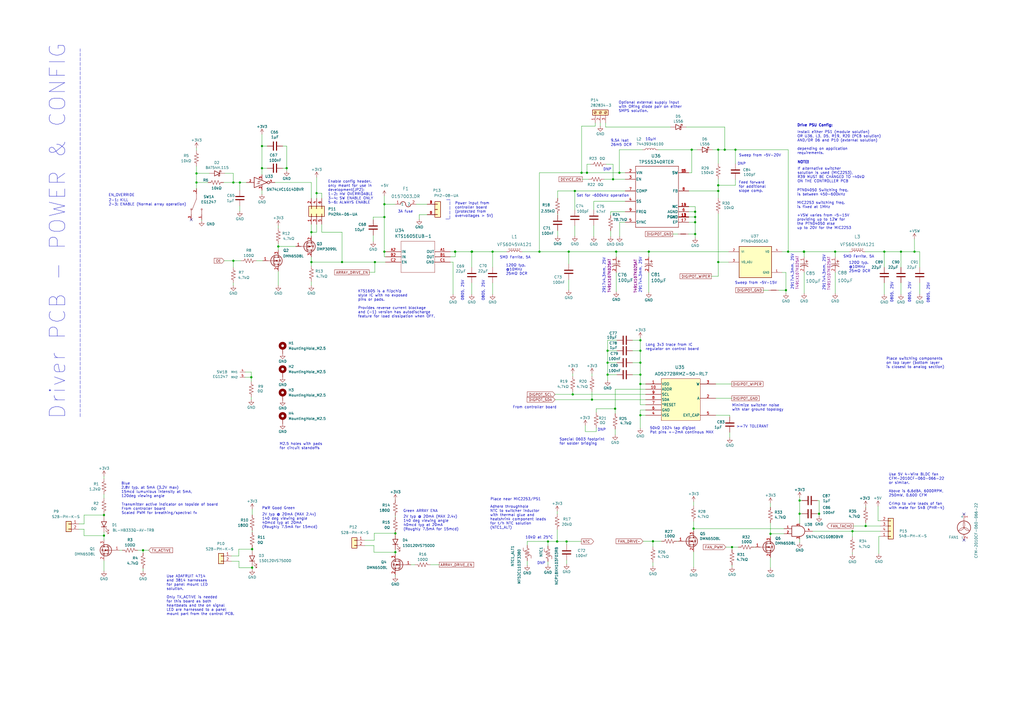
<source format=kicad_sch>
(kicad_sch (version 20211123) (generator eeschema)
  (paper "User" 499.999 350.012)
  (lib_symbols
    (symbol "015702.5DR:015702.5DR" (pin_names (offset 0.254))
      (property "Reference" "F" (at 5.08 3.175 0))
      (property "Value" "015702.5DR" (at 5.08 -3.175 0))
      (symbol "015702.5DR_1_1"
        (pin unspecified line (at 0 0 0) (length 2.54) (name "1") (number "1"))
        (pin unspecified line (at 10.16 0 180) (length 2.54) (name "2") (number "2"))
      )
      (symbol "015702.5DR_1_2"
        (pin unspecified line (at 0 0 90) (length 2.54) (name "1") (number "1"))
        (pin unspecified line (at 0 10.16 270) (length 2.54) (name "2") (number "2"))
      )
    )
    (symbol "74LVC1G14_1" (pin_names (offset 1.016))
      (property "Reference" "U33" (at -8.255 6.35 0))
      (property "Value" "74LVC1G14" (at -6.985 3.81 0))
      (symbol "74LVC1G14_1_1_1"
        (pin input line (at 5.715 8.89 90) (length 2.54) hide (name "NC") (number "1"))
        (pin input line (at -7.62 0 0) (length 3.81) (name "~") (number "2"))
        (pin power_in line (at 0 -3.81 90) (length 2.66) (name "") (number "3"))
        (pin output inverted (at 6.35 0 180) (length 3.81) (name "~") (number "4"))
        (pin power_in line (at 0 3.81 270) (length 2.66) (name "") (number "5"))
      )
    )
    (symbol "74xGxx:74AHC1G08" (pin_names (offset 1.016))
      (property "Reference" "U38" (at 4.3434 3.2766 0))
      (property "Value" "SN74LVC1G08DBVR" (at 12.192 -2.7432 0))
      (symbol "74AHC1G08_1_1"
        (pin input line (at -7.62 1.27 0) (length 3.81) (name "~") (number "1"))
        (pin input line (at -7.62 -1.27 0) (length 3.81) (name "~") (number "2"))
        (pin power_in line (at 0 -3.81 90) (length 1.2) (name "") (number "3"))
        (pin output line (at 6.35 0 180) (length 3.81) (name "~") (number "4"))
        (pin power_in line (at 0 3.81 270) (length 1.2) (name "") (number "5"))
      )
    )
    (symbol "AD5272BRMZ-100-RL7_1" (pin_names (offset 0.254))
      (property "Reference" "U35" (at 33.2486 10.7442 0))
      (property "Value" "AD5272BRMZ-50-RL7" (at 33.9598 7.493 0))
      (symbol "AD5272BRMZ-100-RL7_1_0_1"
        (pin power_in line (at 16.51 2.54 0) (length 7.62) (name "VDD") (number "1"))
        (pin input line (at 16.51 0 0) (length 7.62) (name "ADDR") (number "10"))
        (pin unspecified line (at 50.8 -4.445 180) (length 7.62) (name "A") (number "2"))
        (pin unspecified line (at 50.8 2.54 180) (length 7.62) (name "W") (number "3"))
        (pin power_in line (at 16.51 -12.7 0) (length 7.62) (name "VSS") (number "4"))
        (pin unspecified line (at 50.8 -12.7 180) (length 7.62) (name "EXT_CAP") (number "5"))
        (pin power_in line (at 16.51 -10.16 0) (length 7.62) (name "GND") (number "6"))
        (pin unspecified line (at 16.51 -7.62 0) (length 7.62) (name "*RESET") (number "7"))
        (pin bidirectional line (at 16.51 -5.08 0) (length 7.62) (name "SDA") (number "8"))
        (pin input line (at 16.51 -2.54 0) (length 7.62) (name "SCL") (number "9"))
      )
    )
    (symbol "CUSTOMPOTSYM_WITHCHASSISMOUNTS:NetTie_2" (pin_numbers hide) (pin_names (offset 0) hide) (in_bom no)
      (property "Reference" "NT" (at 0 1.27 0))
      (property "Value" "NetTie_2" (at 0 -1.27 0))
      (symbol "NetTie_2_1_1"
        (pin passive line (at -2.54 0 0) (length 2.54) (name "1") (number "1"))
        (pin passive line (at 2.54 0 180) (length 2.54) (name "2") (number "2"))
      )
    )
    (symbol "Connector:Screw_Terminal_01x03" (pin_names (offset 1.016) hide)
      (property "Reference" "J" (at 0 5.08 0))
      (property "Value" "Screw_Terminal_01x03" (at 0 -5.08 0))
      (symbol "Screw_Terminal_01x03_1_1"
        (pin passive line (at -5.08 2.54 0) (length 3.81) (name "Pin_1") (number "1"))
        (pin passive line (at -5.08 0 0) (length 3.81) (name "Pin_2") (number "2"))
        (pin passive line (at -5.08 -2.54 0) (length 3.81) (name "Pin_3") (number "3"))
      )
    )
    (symbol "Connector_Generic:Conn_01x02" (pin_names (offset 1.016) hide)
      (property "Reference" "J" (at 0 2.54 0))
      (property "Value" "Conn_01x02" (at 0 -5.08 0))
      (symbol "Conn_01x02_1_1"
        (pin passive line (at -5.08 0 0) (length 3.81) (name "Pin_1") (number "1"))
        (pin passive line (at -5.08 -2.54 0) (length 3.81) (name "Pin_2") (number "2"))
      )
    )
    (symbol "Connector_Generic:Conn_01x04" (pin_names (offset 1.016) hide)
      (property "Reference" "P14" (at 3.7592 -0.6604 0))
      (property "Value" "S4B-PH-K-S" (at 3.937 2.3114 0))
      (symbol "Conn_01x04_1_1"
        (pin passive line (at -5.08 2.54 0) (length 3.81) (name "Pin_1") (number "1"))
        (pin passive line (at -5.08 -5.08 0) (length 3.81) (name "Pin_2") (number "2"))
        (pin passive line (at -5.08 -2.54 0) (length 3.81) (name "Pin_3") (number "3"))
        (pin passive line (at -5.08 0 0) (length 3.81) (name "Pin_4") (number "4"))
      )
    )
    (symbol "Connector_Generic:Conn_02x03_Odd_Even" (pin_names (offset 1.016) hide)
      (property "Reference" "J" (at 1.27 5.08 0))
      (property "Value" "Conn_02x03_Odd_Even" (at 1.27 -5.08 0))
      (symbol "Conn_02x03_Odd_Even_1_1"
        (pin passive line (at -5.08 2.54 0) (length 3.81) (name "Pin_1") (number "1"))
        (pin passive line (at 7.62 2.54 180) (length 3.81) (name "Pin_2") (number "2"))
        (pin passive line (at -5.08 0 0) (length 3.81) (name "Pin_3") (number "3"))
        (pin passive line (at 7.62 0 180) (length 3.81) (name "Pin_4") (number "4"))
        (pin passive line (at -5.08 -2.54 0) (length 3.81) (name "Pin_5") (number "5"))
        (pin passive line (at 7.62 -2.54 180) (length 3.81) (name "Pin_6") (number "6"))
      )
    )
    (symbol "Connector_Generic:Conn_02x04_Odd_Even" (pin_names (offset 1.016) hide)
      (property "Reference" "P10" (at 1.905 9.525 0))
      (property "Value" "Conn_02x04" (at 1.905 6.985 0))
      (symbol "Conn_02x04_Odd_Even_1_1"
        (pin passive line (at -5.08 2.54 0) (length 3.81) (name "Pin_1") (number "1"))
        (pin passive line (at -5.08 2.54 0) (length 3.81) (name "Pin_2") (number "2"))
        (pin passive line (at -5.08 2.54 0) (length 3.81) (name "Pin_3") (number "3"))
        (pin passive line (at -5.08 2.54 0) (length 3.81) (name "Pin_4") (number "4"))
        (pin passive line (at -5.08 -2.54 0) (length 3.81) (name "Pin_5") (number "5"))
        (pin passive line (at -5.08 -2.54 0) (length 3.81) (name "Pin_6") (number "6"))
        (pin passive line (at -5.08 -2.54 0) (length 3.81) (name "Pin_7") (number "7"))
        (pin passive line (at -5.08 -2.54 0) (length 3.81) (name "Pin_8") (number "8"))
      )
    )
    (symbol "DMP3099L_1"
      (property "Reference" "Q" (at 3.81 2.54 0))
      (property "Value" "DMP3099L_1" (at 7.62 0 0))
      (symbol "DMP3099L_1_1_1"
        (pin input line (at -7.62 0 0) (length 2.54) (name "") (number "1"))
        (pin passive line (at 0 -5.08 90) (length 2.54) (name "") (number "2"))
        (pin passive line (at 0 5.08 270) (length 2.54) (name "") (number "3"))
      )
    )
    (symbol "Device:C" (pin_numbers hide) (pin_names (offset 0.254))
      (property "Reference" "C" (at 0.635 2.54 0))
      (property "Value" "C" (at 0.635 -2.54 0))
      (symbol "C_1_1"
        (pin passive line (at 0 3.81 270) (length 2.794) (name "~") (number "1"))
        (pin passive line (at 0 -3.81 90) (length 2.794) (name "~") (number "2"))
      )
    )
    (symbol "Device:D_Schottky" (pin_numbers hide) (pin_names (offset 1.016) hide)
      (property "Reference" "D?" (at -0.3175 6.985 0))
      (property "Value" "D_Schottky" (at -0.3175 4.445 0))
      (symbol "D_Schottky_1_1"
        (pin passive line (at -3.81 0 0) (length 2.54) (name "K") (number "1"))
        (pin passive line (at 3.81 0 180) (length 2.54) (name "A") (number "2"))
      )
    )
    (symbol "Device:L" (pin_numbers hide) (pin_names (offset 1.016) hide)
      (property "Reference" "L" (at -1.27 0 90))
      (property "Value" "L" (at 1.905 0 90))
      (symbol "L_1_1"
        (pin passive line (at 0 3.81 270) (length 1.27) (name "1") (number "1"))
        (pin passive line (at 0 -3.81 90) (length 1.27) (name "2") (number "2"))
      )
    )
    (symbol "Device:LED" (pin_numbers hide) (pin_names (offset 1.016) hide)
      (property "Reference" "D1" (at 3.81 -0.3174 90))
      (property "Value" "LED" (at 3.81 -2.8574 90))
      (symbol "LED_1_1"
        (pin passive line (at -3.81 0 0) (length 2.54) (name "K") (number "1"))
        (pin passive line (at 3.81 0 180) (length 2.54) (name "A") (number "2"))
      )
    )
    (symbol "Device:L_Ferrite" (pin_numbers hide) (pin_names (offset 1.016) hide)
      (property "Reference" "L" (at -1.27 0 90))
      (property "Value" "L_Ferrite" (at 2.794 0 90))
      (symbol "L_Ferrite_1_1"
        (pin passive line (at 0 3.81 270) (length 1.27) (name "1") (number "1"))
        (pin passive line (at 0 -3.81 90) (length 1.27) (name "2") (number "2"))
      )
    )
    (symbol "Device:R_US" (pin_numbers hide) (pin_names (offset 0))
      (property "Reference" "R" (at 2.54 0 90))
      (property "Value" "R_US" (at -2.54 0 90))
      (symbol "R_US_1_1"
        (pin passive line (at 0 3.81 270) (length 1.27) (name "~") (number "1"))
        (pin passive line (at 0 -3.81 90) (length 1.27) (name "~") (number "2"))
      )
    )
    (symbol "Device:Thermistor_US" (pin_numbers hide) (pin_names (offset 0))
      (property "Reference" "TH" (at 2.54 1.27 90))
      (property "Value" "Thermistor_US" (at -2.54 0 90))
      (symbol "Thermistor_US_1_1"
        (pin passive line (at 0 3.81 270) (length 1.27) (name "~") (number "1"))
        (pin passive line (at 0 -3.81 90) (length 1.27) (name "~") (number "2"))
      )
    )
    (symbol "EG1247_1" (pin_names (offset 1.016))
      (property "Reference" "SW?" (at -2.3876 -5.4356 0))
      (property "Value" "EG1247_1" (at -2.3876 -7.9756 0))
      (symbol "EG1247_1_1_0"
        (pin passive line (at 7.62 -2.54 180) (length 2.54) (name "~") (number "1"))
        (pin passive line (at -7.62 0 0) (length 2.54) (name "~") (number "2"))
        (pin passive line (at 7.62 2.54 180) (length 2.54) (name "~") (number "3"))
      )
      (symbol "EG1247_1_2_0"
        (pin passive line (at -2.54 1.27 0) (length 2.54) (name "MH1") (number "4"))
        (pin passive line (at -2.54 -1.27 0) (length 2.54) (name "MH2") (number "5"))
      )
    )
    (symbol "EG1247_2" (pin_names (offset 1.016))
      (property "Reference" "SW?" (at -2.3876 -5.4356 0))
      (property "Value" "EG1247_2" (at -2.3876 -7.9756 0))
      (symbol "EG1247_2_1_0"
        (pin passive line (at 7.62 -2.54 180) (length 2.54) (name "~") (number "1"))
        (pin passive line (at -7.62 0 0) (length 2.54) (name "~") (number "2"))
        (pin passive line (at 7.62 2.54 180) (length 2.54) (name "~") (number "3"))
      )
      (symbol "EG1247_2_2_0"
        (pin passive line (at -2.54 1.27 0) (length 2.54) (name "MH1") (number "4"))
        (pin passive line (at -2.54 -1.27 0) (length 2.54) (name "MH2") (number "5"))
      )
    )
    (symbol "Mechanical:MountingHole_Pad" (pin_numbers hide) (pin_names (offset 1.016) hide)
      (property "Reference" "H" (at 0 6.35 0))
      (property "Value" "MountingHole_Pad" (at 0 4.445 0))
      (symbol "MountingHole_Pad_1_1"
        (pin input line (at 0 -2.54 90) (length 2.54) (name "1") (number "1"))
      )
    )
    (symbol "Motor:Fan" (pin_names (offset 0))
      (property "Reference" "M" (at 2.54 5.08 0))
      (property "Value" "Fan" (at 2.54 -2.54 0))
      (symbol "Fan_1_1"
        (pin passive line (at 0 7.62 270) (length 2.54) (name "+") (number "1"))
        (pin passive line (at 0 -5.08 90) (length 2.54) (name "-") (number "2"))
      )
    )
    (symbol "PTN04050CAD:PTN04050CAD" (pin_names (offset 1.016))
      (property "Reference" "PS" (at 1.905 10.795 0))
      (property "Value" "PTN04050CAD" (at -1.905 8.255 0))
      (symbol "PTN04050CAD_0_0"
        (pin power_in line (at 17.78 -5.08 180) (length 5.08) (name "GND") (number "1"))
        (pin input line (at -8.255 5.08 0) (length 5.08) (name "VI") (number "2"))
        (pin input line (at -8.255 0 0) (length 5.08) (name "VO_ADJ") (number "3"))
        (pin output line (at 17.78 5.08 180) (length 5.08) (name "VO") (number "4"))
      )
    )
    (symbol "SIP32510DT_T1_GE3:SIP32510DT-T1-GE3" (pin_names (offset 0.254))
      (property "Reference" "U34" (at 6.9088 10.3632 0))
      (property "Value" "KTS1605EUB-1" (at 13.5636 7.5692 0))
      (symbol "SIP32510DT-T1-GE3_0_1"
        (pin output line (at 31.75 0 180) (length 7.62) (name "OUT") (number "A1"))
        (pin input line (at 0 0 0) (length 7.62) (name "IN") (number "A2"))
        (pin output line (at 31.75 -2.54 180) (length 7.62) (name "OUT") (number "B1"))
        (pin input line (at 0 -2.54 0) (length 7.62) (name "IN") (number "B2"))
        (pin power_out line (at 31.75 -5.08 180) (length 7.62) (name "GND") (number "C1"))
        (pin unspecified line (at 0 -5.08 0) (length 7.62) (name "EN") (number "C2"))
      )
    )
    (symbol "T491X107K025AT:T491X107K025AT" (pin_names (offset 0.254))
      (property "Reference" "C" (at 3.81 3.81 0))
      (property "Value" "T491X107K025AT" (at 3.81 -3.81 0))
      (symbol "T491X107K025AT_1_1"
        (pin unspecified line (at 0 0 0) (length 2.54) (name "") (number "1"))
        (pin unspecified line (at 7.62 0 180) (length 2.54) (name "") (number "2"))
      )
      (symbol "T491X107K025AT_1_2"
        (pin unspecified line (at 0 0 270) (length 2.54) (name "") (number "1"))
        (pin unspecified line (at 0 -7.62 90) (length 2.54) (name "") (number "2"))
      )
    )
    (symbol "TPS55340RTE:TPS55340RTER" (pin_names (offset 0.254))
      (property "Reference" "U37" (at -5.2578 28.2956 0))
      (property "Value" "TPS55340RTER" (at -5.2578 24.4856 0))
      (symbol "TPS55340RTER_0_1"
        (pin power_in line (at 10.795 19.05 180) (length 5.08) (name "SW") (number "1"))
        (pin unspecified line (at 10.795 2.54 180) (length 5.08) (name "NC") (number "10"))
        (pin power_in line (at 10.795 -2.54 180) (length 5.08) (name "PGND") (number "11"))
        (pin power_in line (at 10.795 -2.54 180) (length 5.08) (name "PGND") (number "12"))
        (pin power_in line (at 10.795 -2.54 180) (length 5.08) (name "PGND") (number "13"))
        (pin unspecified line (at 10.795 2.54 180) (length 5.08) (name "NC") (number "14"))
        (pin power_in line (at 10.795 19.05 180) (length 5.08) (name "SW") (number "15"))
        (pin power_in line (at 10.795 19.05 180) (length 5.08) (name "SW") (number "16"))
        (pin power_in line (at 10.795 -5.08 180) (length 5.08) (name "EP") (number "17"))
        (pin power_in line (at -20.32 19.05 0) (length 5.08) (name "VIN") (number "2"))
        (pin input line (at -20.32 15.875 0) (length 5.08) (name "EN") (number "3"))
        (pin input line (at -20.32 5.08 0) (length 5.08) (name "SS") (number "4"))
        (pin input line (at -20.32 -5.08 0) (length 5.08) (name "SYNC") (number "5"))
        (pin power_in line (at 10.795 0 180) (length 5.08) (name "AGND") (number "6"))
        (pin output line (at -20.32 10.16 0) (length 5.08) (name "COMP") (number "7"))
        (pin input line (at 10.795 10.16 180) (length 5.08) (name "FB") (number "8"))
        (pin input line (at -20.32 0 0) (length 5.08) (name "FREQ") (number "9"))
      )
    )
    (symbol "Transistor_FET:2N7002" (pin_names hide)
      (property "Reference" "Q" (at 5.08 1.905 0))
      (property "Value" "2N7002" (at 5.08 0 0))
      (symbol "2N7002_1_1"
        (pin input line (at -5.08 0 0) (length 2.54) (name "G") (number "1"))
        (pin passive line (at 2.54 -5.08 90) (length 2.54) (name "S") (number "2"))
        (pin passive line (at 2.54 5.08 270) (length 2.54) (name "D") (number "3"))
      )
    )
    (symbol "power:+3V3" (power) (pin_names (offset 0))
      (property "Value" "+3V3" (at 0 3.556 0))
      (symbol "+3V3_1_1"
        (pin power_in line (at 0 0 90) (length 0) hide (name "+3V3") (number "1"))
      )
    )
    (symbol "power:+5V" (power) (pin_names (offset 0))
      (property "Value" "+5V" (at 0 3.556 0))
      (symbol "+5V_1_1"
        (pin power_in line (at 0 0 90) (length 0) hide (name "+5V") (number "1"))
      )
    )
    (symbol "power:+VSW" (power) (pin_names (offset 0))
      (property "Value" "+VSW" (at 0 3.556 0))
      (symbol "+VSW_1_1"
        (pin power_in line (at 0 0 90) (length 0) hide (name "+VSW") (number "1"))
      )
    )
    (symbol "power:GND" (power) (pin_names (offset 0))
      (property "Value" "GND" (at 0 -3.81 0))
      (symbol "GND_1_1"
        (pin power_in line (at 0 0 270) (length 0) hide (name "GND") (number "1"))
      )
    )
  )
  (junction (at 122.7074 184.2008))
  (junction (at 300.355 199.5678))
  (junction (at 431.8 122.8852))
  (junction (at 392.5062 122.8852))
  (junction (at 117.1194 89.1032))
  (junction (at 318.8208 264.287))
  (junction (at 230.3526 122.8852))
  (junction (at 272.0086 264.3886))
  (junction (at 339.4202 108.4834))
  (junction (at 95.9358 84.6582))
  (junction (at 350.6978 73.1012))
  (junction (at 350.6978 93.2434))
  (junction (at 300.8884 122.8852))
  (junction (at 312.674 202.7428))
  (junction (at 50.7746 251.4854))
  (junction (at 222.25 122.8852))
  (junction (at 383.7686 141.6812))
  (junction (at 230.4542 122.8852))
  (junction (at 416.2298 259.3848))
  (junction (at 69.85 268.6812))
  (junction (at 390.4234 250.8504))
  (junction (at 338.6582 258.1148))
  (junction (at 267.5636 264.3886))
  (junction (at 339.4202 114.2746))
  (junction (at 384.8354 122.8852))
  (junction (at 283.972 84.3534))
  (junction (at 392.6332 122.8852))
  (junction (at 337.7438 73.1012))
  (junction (at 312.674 177.0888))
  (junction (at 339.4202 105.9434))
  (junction (at 113.9444 89.1032))
  (junction (at 339.4202 103.4034))
  (junction (at 296.672 182.9308))
  (junction (at 390.4234 244.3988))
  (junction (at 113.9444 127.3302))
  (junction (at 279.654 192.5828))
  (junction (at 312.674 187.5028))
  (junction (at 187.6806 99.7204))
  (junction (at 296.672 177.0888))
  (junction (at 350.6978 90.4748))
  (junction (at 240.5126 122.8852))
  (junction (at 353.8728 73.1012))
  (junction (at 422.6814 256.8448))
  (junction (at 286.6136 84.3534))
  (junction (at 230.3526 122.8598))
  (junction (at 193.04 269.621))
  (junction (at 152.0444 113.3602))
  (junction (at 289.052 195.1228))
  (junction (at 95.9358 89.1032))
  (junction (at 123.1138 277.1648))
  (junction (at 193.04 260.4262))
  (junction (at 376.1994 260.6548))
  (junction (at 183.0578 127.9652))
  (junction (at 277.6982 122.8852))
  (junction (at 280.6954 93.2434))
  (junction (at 296.672 171.2468))
  (junction (at 123.1138 268.1224))
  (junction (at 407.797 122.8852))
  (junction (at 302.4378 84.3534))
  (junction (at 263.398 122.8852))
  (junction (at 316.7888 122.8852))
  (junction (at 50.7746 261.5184))
  (junction (at 127.9144 71.3232))
  (junction (at 187.6806 122.8852))
  (junction (at 312.674 171.2468))
  (junction (at 127.9144 82.1182))
  (junction (at 446.532 122.8852))
  (junction (at 139.9794 82.1182))
  (junction (at 299.339 87.5284))
  (junction (at 135.89 120.3452))
  (junction (at 187.6806 105.9942))
  (junction (at 399.9484 250.8504))
  (junction (at 276.6568 264.3886))
  (junction (at 312.674 182.9308))
  (junction (at 167.005 127.9652))
  (junction (at 312.674 166.1668))
  (junction (at 152.0444 127.9652))
  (junction (at 154.5844 94.3102))
  (junction (at 359.1052 73.1012))
  (junction (at 222.25 122.9106))
  (junction (at 272.0594 264.3886))
  (junction (at 350.6978 127.9652))
  (junction (at 357.4288 267.1318))
  (junction (at 439.928 122.8852))
  (no_connect (at 470.6874 251.0282))
  (no_connect (at 470.6874 263.7282))
  (no_connect (at 93.3958 107.2896))
  (wire (pts (xy 330.581 264.287) (xy 331.0382 264.287)))
  (wire (pts (xy 384.8354 73.1012) (xy 384.8354 122.8852)))
  (wire (pts (xy 296.672 166.1668) (xy 296.672 171.2468)))
  (wire (pts (xy 135.89 110.1852) (xy 135.89 111.4552)))
  (wire (pts (xy 130.4544 71.3232) (xy 127.9144 71.3232)))
  (wire (pts (xy 300.355 199.5678) (xy 300.3804 190.0428)))
  (wire (pts (xy 38.5826 258.3688) (xy 41.021 258.3688)))
  (wire (pts (xy 193.04 244.1194) (xy 193.04 243.9924)))
  (wire (pts (xy 439.928 138.1252) (xy 439.928 143.7132)))
  (wire (pts (xy 193.04 269.621) (xy 193.04 270.6624)))
  (wire (pts (xy 302.4378 84.3534) (xy 305.2572 84.3534)))
  (wire (pts (xy 280.6954 102.5652) (xy 280.6954 93.2434)))
  (wire (pts (xy 390.4234 244.3988) (xy 390.4234 250.8504)))
  (wire (pts (xy 113.03 271.4752) (xy 116.6368 271.4752)))
  (wire (pts (xy 267.5636 275.6916) (xy 267.5636 274.193)))
  (wire (pts (xy 392.6332 125.4252) (xy 392.6332 122.8852)))
  (wire (pts (xy 116.6876 277.1648) (xy 116.6876 274.0152)))
  (wire (pts (xy 312.674 177.0888) (xy 308.864 177.0888)))
  (wire (pts (xy 356.362 203.5048) (xy 356.362 202.7428)))
  (wire (pts (xy 276.6568 275.3868) (xy 276.6568 273.5326)))
  (wire (pts (xy 230.4542 122.8852) (xy 230.3526 122.8852)))
  (wire (pts (xy 289.9664 115.4684) (xy 289.9664 110.109)))
  (wire (pts (xy 383.7686 141.6812) (xy 383.7686 143.2052)))
  (wire (pts (xy 376.1994 260.6548) (xy 376.1994 262.0518)))
  (wire (pts (xy 429.133 270.4084) (xy 429.133 261.9248)))
  (wire (pts (xy 182.2196 117.9576) (xy 182.2196 114.935)))
  (wire (pts (xy 267.5636 264.3886) (xy 272.0086 264.3886)))
  (wire (pts (xy 222.25 122.9106) (xy 222.25 122.8852)))
  (wire (pts (xy 182.7022 260.4262) (xy 193.04 260.4262)))
  (wire (pts (xy 283.972 61.5696) (xy 290.6014 61.5696)))
  (wire (pts (xy 356.362 211.1248) (xy 356.362 213.6648)))
  (wire (pts (xy 291.1094 199.5678) (xy 300.355 199.5678)))
  (wire (pts (xy 50.7746 243.2812) (xy 50.7746 241.3762)))
  (wire (pts (xy 157.1244 94.3102) (xy 154.5844 94.3102)))
  (polyline (pts (xy 39.116 203.5048) (xy 39.116 23.7998)))
  (wire (pts (xy 219.9386 125.4252) (xy 222.25 125.4252)))
  (wire (pts (xy 117.1194 89.1032) (xy 120.2944 89.1032)))
  (wire (pts (xy 312.674 197.6628) (xy 312.674 187.5028)))
  (wire (pts (xy 286.6136 80.2132) (xy 286.6136 84.3534)))
  (wire (pts (xy 336.3722 108.4834) (xy 339.4202 108.4834)))
  (wire (pts (xy 399.9484 250.8504) (xy 399.9484 252.1204)))
  (wire (pts (xy 299.339 87.5284) (xy 305.2572 87.5284)))
  (wire (pts (xy 208.534 99.7204) (xy 203.1492 99.7204)))
  (wire (pts (xy 193.04 280.8224) (xy 193.04 281.4574)))
  (wire (pts (xy 312.674 166.1668) (xy 312.674 171.2468)))
  (wire (pts (xy 279.654 191.3128) (xy 279.654 192.5828)))
  (wire (pts (xy 336.3722 100.8634) (xy 339.4202 100.8634)))
  (wire (pts (xy 327.406 62.0268) (xy 295.6814 62.0268)))
  (wire (pts (xy 95.9358 81.1022) (xy 95.9358 84.6582)))
  (wire (pts (xy 277.6982 122.8852) (xy 300.8884 122.8852)))
  (wire (pts (xy 335.026 62.0268) (xy 353.8728 62.0268)))
  (wire (pts (xy 272.2626 112.5982) (xy 272.2626 115.2144)))
  (wire (pts (xy 353.8728 62.0268) (xy 353.8728 73.1012)))
  (wire (pts (xy 347.98 73.1012) (xy 350.6978 73.1012)))
  (wire (pts (xy 41.021 258.3688) (xy 41.021 261.5184)))
  (wire (pts (xy 123.1138 277.1648) (xy 123.1138 278.0538)))
  (wire (pts (xy 338.6582 254.5588) (xy 338.6582 258.1148)))
  (wire (pts (xy 272.0594 258.5974) (xy 272.0594 264.3886)))
  (wire (pts (xy 152.0444 113.3602) (xy 154.5844 113.3602)))
  (wire (pts (xy 316.7888 125.4252) (xy 316.7888 122.8852)))
  (wire (pts (xy 357.3018 194.4878) (xy 349.504 194.4878)))
  (wire (pts (xy 188.1886 122.8852) (xy 187.6806 122.8852)))
  (wire (pts (xy 376.1994 260.6548) (xy 382.8034 260.6548)))
  (wire (pts (xy 399.1356 250.8504) (xy 399.9484 250.8504)))
  (wire (pts (xy 289.9664 98.3234) (xy 305.2572 98.3234)))
  (wire (pts (xy 308.864 166.1668) (xy 312.674 166.1668)))
  (wire (pts (xy 391.541 244.3988) (xy 390.4234 244.3988)))
  (wire (pts (xy 152.0444 127.9652) (xy 167.005 127.9652)))
  (wire (pts (xy 182.6006 269.621) (xy 193.04 269.621)))
  (wire (pts (xy 222.25 125.4252) (xy 222.25 122.9106)))
  (wire (pts (xy 350.6978 73.1012) (xy 353.8728 73.1012)))
  (wire (pts (xy 338.6582 244.9322) (xy 338.6582 246.9388)))
  (wire (pts (xy 300.8884 133.0452) (xy 300.8884 142.4432)))
  (wire (pts (xy 285.8262 207.7212) (xy 285.8262 210.7184)))
  (wire (pts (xy 359.1052 90.4748) (xy 350.6978 90.4748)))
  (wire (pts (xy 182.6006 266.3698) (xy 182.6006 269.621)))
  (wire (pts (xy 123.1138 268.1224) (xy 123.1138 267.4366)))
  (wire (pts (xy 123.1138 251.4346) (xy 123.1138 248.539)))
  (wire (pts (xy 439.928 122.8852) (xy 439.928 130.5052)))
  (wire (pts (xy 300.8884 122.8852) (xy 316.7888 122.8852)))
  (wire (pts (xy 315.214 197.6628) (xy 312.674 197.6628)))
  (wire (pts (xy 263.398 84.3534) (xy 263.398 122.8852)))
  (wire (pts (xy 359.1052 87.5792) (xy 359.1052 90.4748)))
  (wire (pts (xy 353.8728 73.1012) (xy 359.1052 73.1012)))
  (wire (pts (xy 134.2644 89.1032) (xy 152.0444 89.1032)))
  (wire (pts (xy 167.005 127.9652) (xy 183.0578 127.9652)))
  (wire (pts (xy 376.1994 255.27) (xy 376.1994 260.6548)))
  (wire (pts (xy 339.4202 105.9434) (xy 339.4202 108.4834)))
  (wire (pts (xy 123.1138 268.8844) (xy 123.1138 268.1224)))
  (wire (pts (xy 302.5394 108.4834) (xy 302.5394 115.4684)))
  (wire (pts (xy 316.7888 133.0452) (xy 316.7888 142.6972)))
  (wire (pts (xy 380.2888 141.6812) (xy 383.7686 141.6812)))
  (wire (pts (xy 399.9484 244.3988) (xy 399.9484 250.8504)))
  (wire (pts (xy 350.6978 93.2434) (xy 350.6978 96.7232)))
  (wire (pts (xy 230.3526 122.8598) (xy 230.3526 122.8852)))
  (wire (pts (xy 368.1222 267.1318) (xy 368.5794 267.1318)))
  (wire (pts (xy 315.214 200.2028) (xy 312.674 200.2028)))
  (wire (pts (xy 407.797 133.0452) (xy 407.797 143.2052)))
  (wire (pts (xy 272.0594 264.3886) (xy 276.6568 264.3886)))
  (wire (pts (xy 416.2298 259.3848) (xy 416.2298 262.1788)))
  (wire (pts (xy 391.5156 250.8504) (xy 390.4234 250.8504)))
  (wire (pts (xy 302.4378 73.1012) (xy 313.7662 73.1012)))
  (wire (pts (xy 263.398 84.3534) (xy 283.972 84.3534)))
  (wire (pts (xy 286.6136 84.3534) (xy 302.4378 84.3534)))
  (wire (pts (xy 291.1094 208.9404) (xy 291.1094 210.7184)))
  (wire (pts (xy 154.5844 109.5502) (xy 154.5844 113.3602)))
  (wire (pts (xy 284.4038 87.5284) (xy 287.3756 87.5284)))
  (wire (pts (xy 200.66 275.7424) (xy 202.565 275.7424)))
  (wire (pts (xy 154.5844 86.5632) (xy 154.5844 94.3102)))
  (wire (pts (xy 316.7888 122.8852) (xy 355.8032 122.8852)))
  (wire (pts (xy 152.0444 113.3602) (xy 152.0444 115.2652)))
  (wire (pts (xy 289.052 182.4228) (xy 289.052 183.6928)))
  (wire (pts (xy 109.4486 127.3302) (xy 113.9444 127.3302)))
  (wire (pts (xy 312.674 177.0888) (xy 312.674 182.9308)))
  (wire (pts (xy 428.7266 254.3048) (xy 429.8442 254.3048)))
  (wire (pts (xy 109.8042 84.6582) (xy 113.9444 84.6582)))
  (wire (pts (xy 298.1452 103.4034) (xy 305.2572 103.4034)))
  (wire (pts (xy 296.672 177.0888) (xy 296.672 182.9308)))
  (wire (pts (xy 208.534 104.8004) (xy 204.724 104.8004)))
  (wire (pts (xy 422.4528 122.8852) (xy 431.8 122.8852)))
  (wire (pts (xy 312.674 202.7428) (xy 312.674 209.0928)))
  (wire (pts (xy 308.864 171.2468) (xy 312.674 171.2468)))
  (wire (pts (xy 280.6954 110.1852) (xy 280.6954 115.316)))
  (wire (pts (xy 135.89 132.4102) (xy 135.89 139.3952)))
  (wire (pts (xy 312.674 187.5028) (xy 312.674 182.9308)))
  (wire (pts (xy 431.8 122.8852) (xy 439.928 122.8852)))
  (wire (pts (xy 318.8208 267.0048) (xy 318.8208 264.287)))
  (wire (pts (xy 109.1692 89.1032) (xy 113.9444 89.1032)))
  (wire (pts (xy 422.6814 256.8448) (xy 429.8442 256.8448)))
  (wire (pts (xy 187.6806 95.631) (xy 187.6806 99.7204)))
  (wire (pts (xy 193.04 260.4262) (xy 193.04 260.7564)))
  (wire (pts (xy 272.2626 93.2434) (xy 280.6954 93.2434)))
  (wire (pts (xy 347.3704 134.8994) (xy 350.6978 134.8994)))
  (wire (pts (xy 122.7074 181.6608) (xy 122.7074 184.2008)))
  (wire (pts (xy 422.6814 256.8448) (xy 422.6814 255.3462)))
  (wire (pts (xy 116.6368 271.4752) (xy 116.6368 268.1224)))
  (wire (pts (xy 113.9444 84.6582) (xy 113.9444 89.1032)))
  (wire (pts (xy 157.1244 113.3602) (xy 167.005 113.3602)))
  (wire (pts (xy 296.672 182.9308) (xy 296.672 185.7248)))
  (wire (pts (xy 350.6978 127.9652) (xy 350.6978 134.8994)))
  (wire (pts (xy 289.9664 102.489) (xy 289.9664 98.3234)))
  (wire (pts (xy 271.018 192.5828) (xy 279.654 192.5828)))
  (wire (pts (xy 187.6806 105.9942) (xy 187.6806 122.8852)))
  (wire (pts (xy 350.6978 104.3432) (xy 350.6978 127.9652)))
  (wire (pts (xy 296.672 171.2468) (xy 301.244 171.2468)))
  (wire (pts (xy 157.1244 96.8502) (xy 157.1244 94.3102)))
  (wire (pts (xy 293.1414 60.0456) (xy 293.1414 61.5696)))
  (wire (pts (xy 272.0086 264.3886) (xy 272.0594 264.3886)))
  (wire (pts (xy 50.7746 250.9012) (xy 50.7746 251.4854)))
  (wire (pts (xy 312.674 164.8968) (xy 312.674 166.1668)))
  (wire (pts (xy 116.6368 268.1224) (xy 123.1138 268.1224)))
  (wire (pts (xy 449.072 122.8852) (xy 446.532 122.8852)))
  (wire (pts (xy 113.9444 127.3302) (xy 117.6528 127.3302)))
  (wire (pts (xy 95.9358 84.6582) (xy 95.9358 89.1032)))
  (wire (pts (xy 50.7746 261.5184) (xy 50.7746 263.6012)))
  (wire (pts (xy 240.5126 122.8852) (xy 240.5126 130.5052)))
  (wire (pts (xy 230.4542 122.8852) (xy 240.5126 122.8852)))
  (wire (pts (xy 113.03 274.0152) (xy 116.6876 274.0152)))
  (wire (pts (xy 429.8442 259.3848) (xy 416.2298 259.3848)))
  (wire (pts (xy 204.724 104.8004) (xy 204.724 107.061)))
  (wire (pts (xy 429.133 261.9248) (xy 429.8442 261.9248)))
  (wire (pts (xy 72.6186 268.6812) (xy 69.85 268.6812)))
  (wire (pts (xy 257.4036 273.8628) (xy 257.4036 275.971)))
  (wire (pts (xy 381.8382 133.0452) (xy 383.7686 133.0452)))
  (wire (pts (xy 50.7746 232.4862) (xy 50.7746 233.7562)))
  (wire (pts (xy 152.0444 89.1032) (xy 152.0444 96.8502)))
  (wire (pts (xy 67.2846 268.6812) (xy 69.85 268.6812)))
  (wire (pts (xy 336.3722 93.2434) (xy 350.6978 93.2434)))
  (wire (pts (xy 254.9906 122.8852) (xy 263.398 122.8852)))
  (wire (pts (xy 127.9144 82.1182) (xy 127.9144 85.2932)))
  (wire (pts (xy 193.04 252.5014) (xy 193.04 251.7394)))
  (wire (pts (xy 267.5636 264.3886) (xy 267.5636 266.573)))
  (wire (pts (xy 183.0578 127.9652) (xy 188.1886 127.9652)))
  (wire (pts (xy 116.6876 277.1648) (xy 123.1138 277.1648)))
  (wire (pts (xy 125.2728 127.3302) (xy 128.27 127.3302)))
  (wire (pts (xy 152.0444 109.5502) (xy 152.0444 113.3602)))
  (wire (pts (xy 315.214 187.5028) (xy 312.674 187.5028)))
  (wire (pts (xy 305.2572 108.4834) (xy 302.5394 108.4834)))
  (wire (pts (xy 399.161 244.3988) (xy 399.9484 244.3988)))
  (wire (pts (xy 138.0744 82.1182) (xy 139.9794 82.1182)))
  (wire (pts (xy 119.6848 181.6608) (xy 122.7074 181.6608)))
  (wire (pts (xy 135.89 119.0752) (xy 135.89 120.3452)))
  (wire (pts (xy 139.9794 82.1182) (xy 139.9794 83.3882)))
  (wire (pts (xy 294.9956 87.5284) (xy 299.339 87.5284)))
  (wire (pts (xy 180.2638 132.9944) (xy 183.0578 132.9944)))
  (wire (pts (xy 257.4036 264.3886) (xy 257.4036 266.2428)))
  (wire (pts (xy 439.928 122.8852) (xy 446.532 122.8852)))
  (wire (pts (xy 117.1194 100.5332) (xy 117.1194 103.0732)))
  (wire (pts (xy 416.2298 270.51) (xy 416.2298 269.7988)))
  (wire (pts (xy 357.4288 268.4018) (xy 357.4288 267.1318)))
  (wire (pts (xy 178.1302 263.8298) (xy 182.7022 263.8298)))
  (wire (pts (xy 193.04 268.3764) (xy 193.04 269.621)))
  (wire (pts (xy 230.3526 143.7132) (xy 230.3526 138.1252)))
  (wire (pts (xy 152.0444 129.8702) (xy 152.0444 127.9652)))
  (wire (pts (xy 152.0444 125.4252) (xy 152.0444 127.9652)))
  (wire (pts (xy 98.4758 107.823) (xy 98.4758 107.2896)))
  (wire (pts (xy 127.9144 71.3232) (xy 127.9144 82.1182)))
  (polyline (pts (xy 217.6526 106.934) (xy 219.6846 106.934)))
  (wire (pts (xy 337.7438 84.3534) (xy 337.7438 73.1012)))
  (wire (pts (xy 157.1244 109.5502) (xy 157.1244 113.3602)))
  (wire (pts (xy 285.8262 210.7184) (xy 291.1094 210.7184)))
  (wire (pts (xy 301.244 182.9308) (xy 296.672 182.9308)))
  (wire (pts (xy 193.04 260.1214) (xy 193.04 260.4262)))
  (wire (pts (xy 300.8884 122.8852) (xy 300.8884 125.4252)))
  (wire (pts (xy 127.9144 92.9132) (xy 127.9144 94.8182)))
  (wire (pts (xy 339.4202 114.2746) (xy 336.1436 114.2746)))
  (wire (pts (xy 372.6688 141.6812) (xy 375.2088 141.6812)))
  (wire (pts (xy 390.4234 250.8504) (xy 390.4234 255.5748)))
  (wire (pts (xy 95.9358 89.1032) (xy 95.9358 92.0496)))
  (wire (pts (xy 422.6814 247.1928) (xy 422.6814 247.7262)))
  (wire (pts (xy 113.9444 127.3302) (xy 113.9444 130.5052)))
  (wire (pts (xy 376.1994 277.2918) (xy 376.1994 272.2118)))
  (wire (pts (xy 338.6582 258.1148) (xy 338.6582 259.207)))
  (wire (pts (xy 390.4234 263.1948) (xy 390.4234 264.8712)))
  (wire (pts (xy 59.6646 268.6812) (xy 58.3946 268.6812)))
  (wire (pts (xy 221.2086 127.9652) (xy 219.9386 127.9652)))
  (wire (pts (xy 350.6978 127.9652) (xy 355.8032 127.9652)))
  (wire (pts (xy 222.25 122.8852) (xy 230.3526 122.8852)))
  (wire (pts (xy 123.1138 259.8166) (xy 123.1138 259.0546)))
  (wire (pts (xy 339.4202 108.4834) (xy 339.4202 114.2746)))
  (wire (pts (xy 263.398 122.8852) (xy 277.6982 122.8852)))
  (wire (pts (xy 182.2196 107.315) (xy 182.2196 105.9942)))
  (wire (pts (xy 298.1452 115.4938) (xy 298.1452 112.7506)))
  (wire (pts (xy 41.0464 255.8288) (xy 41.0464 251.4854)))
  (wire (pts (xy 289.052 191.3128) (xy 289.052 195.1228)))
  (wire (pts (xy 144.4244 120.3452) (xy 135.89 120.3452)))
  (wire (pts (xy 182.2196 105.9942) (xy 187.6806 105.9942)))
  (wire (pts (xy 431.8 138.1252) (xy 431.8 143.7132)))
  (wire (pts (xy 101.5492 89.1032) (xy 95.9358 89.1032)))
  (wire (pts (xy 300.355 212.2932) (xy 300.355 209.5246)))
  (wire (pts (xy 279.654 192.5828) (xy 315.214 192.5828)))
  (wire (pts (xy 298.1452 105.1306) (xy 298.1452 103.4034)))
  (wire (pts (xy 50.7746 251.4854) (xy 50.7746 252.1712)))
  (wire (pts (xy 272.2626 104.4194) (xy 272.2626 104.9782)))
  (wire (pts (xy 407.797 125.4252) (xy 407.797 122.8852)))
  (wire (pts (xy 359.1052 73.1012) (xy 384.8354 73.1012)))
  (wire (pts (xy 357.4288 276.0218) (xy 357.4288 276.733)))
  (wire (pts (xy 272.0594 249.6312) (xy 272.0594 250.9774)))
  (wire (pts (xy 69.85 277.5712) (xy 69.85 278.8412)))
  (wire (pts (xy 321.3862 73.1012) (xy 337.7438 73.1012)))
  (wire (pts (xy 383.7686 133.0452) (xy 383.7686 141.6812)))
  (wire (pts (xy 312.674 200.2028) (xy 312.674 202.7428)))
  (wire (pts (xy 449.072 138.1252) (xy 449.072 143.7132)))
  (wire (pts (xy 123.1138 276.5044) (xy 123.1138 277.1648)))
  (wire (pts (xy 295.9608 80.2132) (xy 299.339 80.2132)))
  (wire (pts (xy 300.355 201.9046) (xy 300.355 199.5678)))
  (wire (pts (xy 431.8 130.5052) (xy 431.8 122.8852)))
  (wire (pts (xy 192.9892 99.7204) (xy 187.6806 99.7204)))
  (wire (pts (xy 276.6568 265.9126) (xy 276.6568 264.3886)))
  (wire (pts (xy 328.5236 114.2746) (xy 331.0636 114.2746)))
  (wire (pts (xy 183.0578 132.9944) (xy 183.0578 127.9652)))
  (wire (pts (xy 318.8208 264.287) (xy 322.961 264.287)))
  (wire (pts (xy 139.9794 71.3232) (xy 139.9794 82.1182)))
  (wire (pts (xy 392.6332 133.0452) (xy 392.6332 143.2052)))
  (wire (pts (xy 300.3804 190.0428) (xy 315.214 190.0428)))
  (wire (pts (xy 381.8382 122.8852) (xy 384.8354 122.8852)))
  (wire (pts (xy 276.6568 264.3886) (xy 283.8958 264.3886)))
  (wire (pts (xy 350.6978 90.4748) (xy 350.6978 93.2434)))
  (wire (pts (xy 336.3722 84.3534) (xy 337.7438 84.3534)))
  (wire (pts (xy 279.654 182.4228) (xy 279.654 183.6928)))
  (wire (pts (xy 428.7266 247.1166) (xy 428.7266 254.3048)))
  (wire (pts (xy 50.7746 278.8412) (xy 50.7746 273.7612)))
  (wire (pts (xy 257.4036 264.3886) (xy 267.5636 264.3886)))
  (wire (pts (xy 289.052 195.1228) (xy 315.214 195.1228)))
  (wire (pts (xy 113.9444 139.3952) (xy 113.9444 138.1252)))
  (wire (pts (xy 178.1302 266.3698) (xy 182.6006 266.3698)))
  (wire (pts (xy 354.4062 267.1318) (xy 357.4288 267.1318)))
  (wire (pts (xy 336.3722 105.9434) (xy 339.4202 105.9434)))
  (wire (pts (xy 357.4288 267.1318) (xy 360.5022 267.1318)))
  (wire (pts (xy 338.6582 276.9616) (xy 338.6582 269.367)))
  (wire (pts (xy 359.1052 79.9592) (xy 359.1052 73.1012)))
  (wire (pts (xy 396.7734 259.3848) (xy 416.2298 259.3848)))
  (wire (pts (xy 240.5126 138.1252) (xy 240.5126 143.7132)))
  (wire (pts (xy 277.6982 128.905) (xy 277.6982 122.8852)))
  (wire (pts (xy 135.89 120.3452) (xy 135.89 122.2502)))
  (wire (pts (xy 339.4202 114.2746) (xy 339.4202 116.1288)))
  (wire (pts (xy 69.85 269.9512) (xy 69.85 268.6812)))
  (wire (pts (xy 449.072 130.5052) (xy 449.072 122.8852)))
  (wire (pts (xy 127.9144 82.1182) (xy 130.4544 82.1182)))
  (polyline (pts (xy 219.71 97.5868) (xy 217.678 97.5868)))
  (wire (pts (xy 102.1842 84.6582) (xy 95.9358 84.6582)))
  (wire (pts (xy 154.5844 94.3102) (xy 154.5844 96.8502)))
  (wire (pts (xy 349.504 202.7428) (xy 356.362 202.7428)))
  (wire (pts (xy 210.185 275.7424) (xy 214.4522 275.7424)))
  (wire (pts (xy 350.6978 73.1012) (xy 350.6978 79.8322)))
  (wire (pts (xy 127.9144 65.6082) (xy 127.9144 71.3232)))
  (wire (pts (xy 122.7074 184.2008) (xy 122.7074 186.2582)))
  (wire (pts (xy 337.7438 73.1012) (xy 340.36 73.1012)))
  (wire (pts (xy 301.244 166.1668) (xy 296.672 166.1668)))
  (wire (pts (xy 50.7746 259.7912) (xy 50.7746 261.5184)))
  (wire (pts (xy 313.9694 264.287) (xy 318.8208 264.287)))
  (wire (pts (xy 167.005 113.3602) (xy 167.005 127.9652)))
  (wire (pts (xy 271.018 195.1228) (xy 289.052 195.1228)))
  (wire (pts (xy 339.4202 103.4034) (xy 339.4202 105.9434)))
  (wire (pts (xy 407.797 122.8852) (xy 414.8328 122.8852)))
  (wire (pts (xy 187.6806 99.7204) (xy 187.6806 105.9942)))
  (wire (pts (xy 122.7074 195.1228) (xy 122.7074 193.8782)))
  (wire (pts (xy 350.6978 87.4522) (xy 350.6978 90.4748)))
  (wire (pts (xy 336.3722 103.4034) (xy 339.4202 103.4034)))
  (wire (pts (xy 291.1094 199.5678) (xy 291.1094 201.3204)))
  (wire (pts (xy 382.8034 258.1148) (xy 338.6582 258.1148)))
  (wire (pts (xy 221.2086 127.9652) (xy 221.2086 143.7132)))
  (wire (pts (xy 416.6362 256.8448) (xy 422.6814 256.8448)))
  (wire (pts (xy 390.4234 242.9256) (xy 390.4234 244.3988)))
  (wire (pts (xy 95.9358 72.2122) (xy 95.9358 73.4822)))
  (wire (pts (xy 38.5826 255.8288) (xy 41.0464 255.8288)))
  (wire (pts (xy 119.6848 184.2008) (xy 122.7074 184.2008)))
  (wire (pts (xy 296.672 171.2468) (xy 296.672 177.0888)))
  (wire (pts (xy 182.7022 263.8298) (xy 182.7022 260.4262)))
  (wire (pts (xy 392.5062 122.8852) (xy 392.6332 122.8852)))
  (wire (pts (xy 41.021 261.5184) (xy 50.7746 261.5184)))
  (wire (pts (xy 299.339 80.2132) (xy 299.339 87.5284)))
  (wire (pts (xy 280.6954 93.2434) (xy 305.2572 93.2434)))
  (wire (pts (xy 295.6814 60.0456) (xy 295.6814 62.0268)))
  (wire (pts (xy 392.6332 122.8852) (xy 407.797 122.8852)))
  (wire (pts (xy 117.1194 89.1032) (xy 117.1194 92.9132)))
  (wire (pts (xy 277.6982 136.525) (xy 277.6982 141.5796)))
  (wire (pts (xy 349.504 187.5028) (xy 357.251 187.5028)))
  (wire (pts (xy 219.9386 122.8852) (xy 222.25 122.8852)))
  (wire (pts (xy 312.674 202.7428) (xy 315.214 202.7428)))
  (polyline (pts (xy 219.6846 106.934) (xy 219.71 97.5868)))
  (wire (pts (xy 187.6806 125.4252) (xy 188.1886 125.4252)))
  (wire (pts (xy 187.6806 122.8852) (xy 187.6806 125.4252)))
  (wire (pts (xy 152.0444 139.3952) (xy 152.0444 137.4902)))
  (wire (pts (xy 113.9444 89.1032) (xy 117.1194 89.1032)))
  (wire (pts (xy 240.5126 122.8852) (xy 247.3706 122.8852)))
  (wire (pts (xy 376.1994 245.6434) (xy 376.1994 247.65)))
  (wire (pts (xy 138.0744 71.3232) (xy 139.9794 71.3232)))
  (wire (pts (xy 41.0464 251.4854) (xy 50.7746 251.4854)))
  (wire (pts (xy 446.5066 116.586) (xy 446.532 122.8852)))
  (wire (pts (xy 296.672 177.0888) (xy 301.244 177.0888)))
  (wire (pts (xy 384.8354 122.8852) (xy 392.5062 122.8852)))
  (wire (pts (xy 288.3408 80.2132) (xy 286.6136 80.2132)))
  (wire (pts (xy 339.4202 100.8634) (xy 339.4202 103.4034)))
  (wire (pts (xy 308.864 182.9308) (xy 312.674 182.9308)))
  (wire (pts (xy 283.972 61.5696) (xy 283.972 84.3534)))
  (wire (pts (xy 272.2626 96.7994) (xy 272.2626 93.2434)))
  (wire (pts (xy 318.8208 274.6248) (xy 318.8208 276.4028)))
  (wire (pts (xy 283.972 84.3534) (xy 286.6136 84.3534)))
  (wire (pts (xy 302.4378 73.1012) (xy 302.4378 84.3534)))
  (wire (pts (xy 230.3526 122.8852) (xy 230.3526 130.5052)))
  (wire (pts (xy 312.674 171.2468) (xy 312.674 177.0888)))
  (wire (pts (xy 290.6014 61.5696) (xy 290.6014 60.0456)))
  (text "Enable config header.\nonly meant for use in \ndevelopment(JP2):\n1-2: HW OVERRIDABLE\n3-4: SW ENABLE ONLY\n5-6: ALWAYS ENABLE" (at 160.1216 99.7204 0) (effects (font (size 1.27 1.27)) (justify left bottom)))
  (text "Drive PSU Config:\n\n" (at 389.1788 64.0588 0) (effects (font (size 1.27 1.27) (thickness 0.254) bold) (justify left bottom)))
  (text "Power input from\ncontroller board\n(protected from \novervoltages > 5V)\n" (at 222.0976 106.2228 0) (effects (font (size 1.27 1.27)) (justify left bottom)))
  (text "NOTE!\n\n" (at 389.3058 82.0674 0) (effects (font (size 1.27 1.27) (thickness 0.254) bold) (justify left bottom)))
  (text "ARRAY ENA" (at 203.2508 250.3424 0) (effects (font (size 1.27 1.27)) (justify left bottom)))
  (text "If alternative switcher\nsolution is used (MIC2253),\nR39 MUST BE CHANGED TO ~40kΩ\nON THE CONTROLLER PCB" (at 389.3058 89.3318 0) (effects (font (size 1.27 1.27)) (justify left bottom)))
  (text "3A fuse" (at 194.2338 104.1146 0) (effects (font (size 1.27 1.27)) (justify left bottom)))
  (text "From controller board" (at 250.3424 199.6694 0) (effects (font (size 1.27 1.27)) (justify left bottom)))
  (text "10µH" (at 315.0616 68.7832 0) (effects (font (size 1.27 1.27)) (justify left bottom)))
  (text "2917x4.3mm, 25V" (at 295.7068 143.2814 90) (effects (font (size 1.27 1.27)) (justify left bottom)))
  (text "Use ADAFRUIT 4714\nand 3814 harnesses\nfor panel mount LED\nsolution. \n\nOnly TX_ACTIVE is needed\nfor this board as both\nheartbeats and the on signal\nLED are harnessed to a panel\nmount part from the control PCB." (at 81.2546 300.6344 0) (effects (font (size 1.27 1.27)) (justify left bottom)))
  (text "0805, 25V" (at 226.6188 146.8628 90) (effects (font (size 1.27 1.27)) (justify left bottom)))
  (text "Driver PCB - POWER & CONFIG" (at 32.5628 205.0542 90) (effects (font (size 7.62 7.62)) (justify left bottom)))
  (text "120Ω typ. \n@10MHz\n25mΩ DCR" (at 247.015 134.493 0) (effects (font (size 1.27 1.27)) (justify left bottom)))
  (text "0805, 25V" (at 454.025 148.0312 90) (effects (font (size 1.27 1.27)) (justify left bottom)))
  (text "Optional external supply input\nwith ORing diode pair on either\nSMPS solution. " (at 302.0314 55.0164 0) (effects (font (size 1.27 1.27)) (justify left bottom)))
  (text "Sweep from ~5V-15V " (at 358.8004 138.9126 0) (effects (font (size 1.27 1.27)) (justify left bottom)))
  (text "Blue\n2.8V typ. at 5mA (3.2V max)\n15mcd lumunious intensity at 5mA, \n120deg viewing angle" (at 59.182 243.0526 0) (effects (font (size 1.27 1.27)) (justify left bottom)))
  (text "M2.5 holes with pads\nfor circuit standoffs" (at 136.4742 219.6338 0) (effects (font (size 1.27 1.27)) (justify left bottom)))
  (text "Install either PS1 (module solution)\nOR U36, L3, D5, R19, R20 (PCB solution)\nAND/OR D6 and P10 (external solution)\n\ndepending on application\nrequirements.\n" (at 389.255 75.5396 0) (effects (font (size 1.27 1.27)) (justify left bottom)))
  (text "9.5A Isat\n26m5 DCR" (at 298.196 71.5518 0) (effects (font (size 1.27 1.27)) (justify left bottom)))
  (text "2V typ @ 20mA (MAX 2.4v)\n140 deg viewing angle\n40mcd typ at 20mA\n(Roughly 7.5mA for 15mcd)" (at 196.9008 259.2324 0) (effects (font (size 1.27 1.27)) (justify left bottom)))
  (text "2-1: KILL\n2-3: ENABLE (Normal array operation)" (at 53.0352 100.6348 0) (effects (font (size 1.27 1.27)) (justify left bottom)))
  (text "DNP" (at 262.255 275.7932 0) (effects (font (size 1.27 1.27)) (justify left bottom)))
  (text "0805, 25V" (at 444.881 147.7772 90) (effects (font (size 1.27 1.27)) (justify left bottom)))
  (text "2V typ @ 20mA (MAX 2.4v)\n140 deg viewing angle\n40mcd typ at 20mA\n(Roughly 7.5mA for 15mcd)" (at 127.9398 258.1656 0) (effects (font (size 1.27 1.27)) (justify left bottom)))
  (text "DNP" (at 294.513 83.5152 0) (effects (font (size 1.27 1.27)) (justify left bottom)))
  (text "Feed forward\nfor additional\nslope comp." (at 360.68 94.0308 0) (effects (font (size 1.27 1.27)) (justify left bottom)))
  (text "10kΩ at 25°C" (at 270.0528 263.2456 180) (effects (font (size 1.27 1.27)) (justify right bottom)))
  (text "Sweep from ~5V-20V " (at 360.7562 76.6826 0) (effects (font (size 1.27 1.27)) (justify left bottom)))
  (text "Long 3v3 trace from IC\nregulator on control board" (at 315.214 171.2468 0) (effects (font (size 1.27 1.27)) (justify left bottom)))
  (text "Adhere throughhole\nNTC to switcher inductor\nwith thermal glue and\nheatshrink component leads\nfor t/h NTC solution\n(NTC1_ALT)" (at 239.2934 258.4704 0) (effects (font (size 1.27 1.27)) (justify left bottom)))
  (text "Green\n" (at 144.0942 248.9454 180) (effects (font (size 1.27 1.27)) (justify right bottom)))
  (text "EN_OVERRIDE\n" (at 52.9844 96.1136 0) (effects (font (size 1.27 1.27)) (justify left bottom)))
  (text "Green\n" (at 196.85 250.317 0) (effects (font (size 1.27 1.27)) (justify left bottom)))
  (text "0805, 25V" (at 436.245 147.7772 90) (effects (font (size 1.27 1.27)) (justify left bottom)))
  (text "2917x4.3mm, 25V" (at 313.436 143.0528 90) (effects (font (size 1.27 1.27)) (justify left bottom)))
  (text "DNP" (at 360.0958 80.7974 0) (effects (font (size 1.27 1.27)) (justify left bottom)))
  (text "SMD Ferrite, 5A" (at 243.9924 126.492 0) (effects (font (size 1.27 1.27)) (justify left bottom)))
  (text "PWR Good" (at 137.6934 248.9708 180) (effects (font (size 1.27 1.27)) (justify right bottom)))
  (text "Minimize switcher noise\nwith star ground topology" (at 357.378 200.8124 0) (effects (font (size 1.27 1.27)) (justify left bottom)))
  (text "PTN04050 Switching freq.\nis between 450-600kHz\n\nMIC2253 switching freq.\nis fixed at 1MHz\n\n+VSW varies from ~5-15V\nproviding up to 12W for\nthe PTN04050 else\nup to 20V for the MIC2253" (at 389.1788 112.141 0) (effects (font (size 1.27 1.27)) (justify left bottom)))
  (text "Use 5V 4-Wire BLDC fan\nCFM-2010CF-060-066-22\nor similar.\n\nAbove is 6.6dBA, 6000RPM,\n250mW, 0.600 CFM\n\nCrimp to wire leads of fan\nwith mate for S4B (PHR-4)" (at 433.9336 248.8692 0) (effects (font (size 1.27 1.27)) (justify left bottom)))
  (text "120Ω typ. \n@10MHz\n25mΩ DCR" (at 414.4772 133.223 0) (effects (font (size 1.27 1.27)) (justify left bottom)))
  (text "Place near MIC2253/PS1" (at 239.3696 244.5766 0) (effects (font (size 1.27 1.27)) (justify left bottom)))
  (text "0805, 25V" (at 236.728 146.9136 90) (effects (font (size 1.27 1.27)) (justify left bottom)))
  (text "50kΩ 1024 tap digipot\nPot pins +-2mA continous MAX" (at 317.2714 211.9376 0) (effects (font (size 1.27 1.27)) (justify left bottom)))
  (text "SMD Ferrite, 5A" (at 411.734 126.111 0) (effects (font (size 1.27 1.27)) (justify left bottom)))
  (text "2917x4.3mm, 25V" (at 403.1234 141.8844 90) (effects (font (size 1.27 1.27)) (justify left bottom)))
  (text ">=7V TOLERANT" (at 359.537 209.0928 0) (effects (font (size 1.27 1.27)) (justify left bottom)))
  (text "KTS1605 is a flipchip\nstyle IC with no exposed\npins or pads.\n\nProvides reverse current blockage\nand (-1) version has autodischarge\nfeature for load dissipation when OFF." (at 174.7774 155.321 0) (effects (font (size 1.27 1.27)) (justify left bottom)))
  (text "\nSpecial 0603 footprint\nfor solder bridging" (at 273.1008 217.424 0) (effects (font (size 1.27 1.27)) (justify left bottom)))
  (text "Set for ~600kHz operation" (at 281.5082 96.3422 0) (effects (font (size 1.27 1.27)) (justify left bottom)))
  (text "2917x4.3mm, 25V" (at 387.6548 141.4526 90) (effects (font (size 1.27 1.27)) (justify left bottom)))
  (text "Place switching components\non top layer (bottom layer\nis closest to analog section)" (at 432.7144 180.0606 0) (effects (font (size 1.27 1.27)) (justify left bottom)))
  (text "Transmitter active indicator on topside of board\nFrom controller board\nScaled PWM for breathing/spectral fx" (at 59.309 251.3076 0) (effects (font (size 1.27 1.27)) (justify left bottom)))
  (text "DNP" (at 291.7698 210.6676 0) (effects (font (size 1.27 1.27)) (justify left bottom)))
  (global_label "FAN_DRIVE~" (shape input) (at 313.9694 264.287 180) (property "Intersheet References" "${INTERSHEET_REFS}" (effects hide)))
  (global_label "DIGIPOT_GND" (shape passive) (at 372.6688 141.6812 180) (property "Intersheet References" "${INTERSHEET_REFS}" (effects hide)))
  (global_label "DIGIPOT_WIPER" (shape passive) (at 357.251 187.5028 0) (property "Intersheet References" "${INTERSHEET_REFS}" (effects hide)))
  (global_label "DEVICE_ON" (shape passive) (at 284.4038 87.5284 180) (property "Intersheet References" "${INTERSHEET_REFS}" (effects hide)))
  (global_label "DIGPOT_SCL" (shape input) (at 271.018 192.5828 180) (property "Intersheet References" "${INTERSHEET_REFS}" (effects hide)))
  (global_label "NTC" (shape output) (at 283.8958 264.3886 0) (property "Intersheet References" "${INTERSHEET_REFS}" (effects hide)))
  (global_label "FAN_PWM" (shape input) (at 354.4062 267.1318 180) (property "Intersheet References" "${INTERSHEET_REFS}" (effects hide)))
  (global_label "TX_ACTIVE" (shape input) (at 72.6186 268.6812 0) (property "Intersheet References" "${INTERSHEET_REFS}" (effects hide)))
  (global_label "ARRAY_DRIVE_EN" (shape passive) (at 180.2638 132.9944 180) (property "Intersheet References" "${INTERSHEET_REFS}" (effects hide)))
  (global_label "FAN_TACHO" (shape output) (at 416.6362 256.8448 180) (property "Intersheet References" "${INTERSHEET_REFS}" (effects hide)))
  (global_label "DIGIPOT_GND" (shape passive) (at 357.3018 194.4878 0) (property "Intersheet References" "${INTERSHEET_REFS}" (effects hide)))
  (global_label "DIGPOT_SDA" (shape input) (at 271.018 195.1228 180) (property "Intersheet References" "${INTERSHEET_REFS}" (effects hide)))
  (global_label "DIGIPOT_WIPER" (shape passive) (at 347.3704 134.8994 180) (property "Intersheet References" "${INTERSHEET_REFS}" (effects hide)))
  (global_label "ARRAY_DRIVE_EN" (shape passive) (at 214.4522 275.7424 0) (property "Intersheet References" "${INTERSHEET_REFS}" (effects hide)))
  (global_label "DIGIPOT_GND" (shape passive) (at 328.5236 114.2746 180) (property "Intersheet References" "${INTERSHEET_REFS}" (effects hide)))
  (global_label "OE" (shape input) (at 109.4486 127.3302 180) (property "Intersheet References" "${INTERSHEET_REFS}" (effects hide)))
  (symbol (lib_id "power:GND") (at 193.04 281.4574 0) (mirror y) (unit 1)
    (property "Reference" "#PWR026" (effects hide))
    (property "Value" "GND" (at 193.04 285.2674 0))
  )
  (symbol (lib_id "015702.5DR:015702.5DR") (at 192.9892 99.7204 0) (unit 1)
    (property "Reference" "F1" (at 198.0692 92.1258 0) (effects (font (size 1.524 1.524))))
    (property "Value" "0157003.DR" (at 198.0692 95.9104 0) (effects (font (size 1.524 1.524))))
    (property "Footprint" "Custom:F_0157_SMD2" (effects hide))
    (property "Datasheet" "https://m.littelfuse.com/~/media/electronics/datasheets/fuses/littelfuse_fuse_157_datasheet.pdf.pdf" (effects hide))
  )
  (symbol (lib_id "Device:R_US") (at 206.375 275.7424 270) (mirror x) (unit 1)
    (property "Reference" "R16" (at 206.375 270.6624 90))
    (property "Value" "100Ω" (at 206.375 273.2024 90))
    (property "Footprint" "Custom:R_0603" (effects hide))
  )
  (symbol (lib_id "power:GND") (at 272.2626 115.2144 0) (unit 1)
    (property "Reference" "#PWR0194" (effects hide))
    (property "Value" "GND" (at 272.2626 119.0244 0))
  )
  (symbol (lib_id "power:GND") (at 383.7686 143.2052 0) (unit 1)
    (property "Reference" "#PWR0229" (effects hide))
    (property "Value" "GND" (at 383.7686 147.0152 0))
  )
  (symbol (lib_id "Device:C") (at 182.2196 111.125 180) (unit 1)
    (property "Reference" "C68" (at 176.911 109.601 0))
    (property "Value" "10µF" (at 175.641 112.141 0))
    (property "Footprint" "Custom:C_0805" (effects hide))
  )
  (symbol (lib_id "power:GND") (at 339.4202 116.1288 0) (unit 1)
    (property "Reference" "#PWR0224" (effects hide))
    (property "Value" "GND" (at 339.4202 119.9388 0))
  )
  (symbol (lib_id "SIP32510DT_T1_GE3:SIP32510DT-T1-GE3") (at 188.1886 122.8852 0) (unit 1)
    (property "Reference" "U34" (at 195.0974 112.522 0) (effects (font (size 1.524 1.524))))
    (property "Value" "KTS1605EUB-1" (at 201.7522 115.316 0) (effects (font (size 1.524 1.524))))
    (property "Footprint" "Custom:IC_WLCSP-6_0.5P" (effects hide))
    (property "Datasheet" "https://www.kinet-ic.com/uploads/KTS1605-04e.pdf" (effects hide))
  )
  (symbol (lib_id "T491X107K025AT:T491X107K025AT") (at 316.7888 125.4252 270) (unit 1) (in_bom no)
    (property "Reference" "C81" (at 317.8048 134.0612 90) (effects (font (size 1.524 1.524)) (justify left)))
    (property "Value" "100µF" (at 317.8048 136.9822 90) (effects (font (size 1.524 1.524)) (justify left)))
    (property "Footprint" "Custom:C_TANT_7343_Kemet" (effects hide))
    (property "Datasheet" "T491X107K025AT" (effects hide))
    (property "NAME" "T491X107K025AT" (at 310.2864 134.7978 0))
  )
  (symbol (lib_id "power:GND") (at 122.7074 195.1228 0) (unit 1)
    (property "Reference" "#PWR09" (effects hide))
    (property "Value" "GND" (at 122.7074 198.9328 0))
  )
  (symbol (lib_id "TPS55340RTE:TPS55340RTER") (at 325.5772 103.4034 0) (unit 1)
    (property "Reference" "U36" (at 320.294 76.1238 0) (effects (font (size 1.524 1.524))))
    (property "Value" "TPS55340RTER" (at 320.4972 79.121 0) (effects (font (size 1.524 1.524))))
    (property "Footprint" "Custom:IC_WQFN-16_EP_3x3" (effects hide))
    (property "Datasheet" "https://www.ti.com/lit/ds/symlink/tps55340.pdf?ts=1709715164256&ref_url=https%253A%252F%252Fwww.mouser.cn%252Fc%252F%253Fq%253D55340" (effects hide))
  )
  (symbol (lib_id "power:+5V") (at 428.7266 247.1166 0) (unit 1)
    (property "Reference" "#PWR0237" (effects hide))
    (property "Value" "+5V" (at 428.498 243.1796 0))
  )
  (symbol (lib_id "Device:R_US") (at 272.2626 100.6094 0) (mirror x) (unit 1)
    (property "Reference" "R18" (at 266.6746 100.076 0))
    (property "Value" "2.55kΩ" (at 267.5382 103.0478 0))
    (property "Footprint" "Custom:R_0603" (effects hide))
  )
  (symbol (lib_id "Device:C") (at 305.054 166.1668 90) (unit 1)
    (property "Reference" "C77" (at 301.371 162.7378 90) (effects (justify left)))
    (property "Value" "10µF" (at 301.371 164.6936 90) (effects (justify left)))
    (property "Footprint" "Custom:C_0603" (effects hide))
  )
  (symbol (lib_id "Mechanical:MountingHole_Pad") (at 137.9982 170.1038 0) (unit 1) (in_bom no)
    (property "Reference" "H1" (at 140.7668 167.5637 0) (effects (justify left)))
    (property "Value" "MountingHole_M2.5" (at 140.7668 170.1037 0) (effects (justify left)))
    (property "Footprint" "MountingHole:MountingHole_2.7mm_M2.5_DIN965_Pad" (effects hide))
  )
  (symbol (lib_id "power:GND") (at 357.4288 276.733 0) (unit 1)
    (property "Reference" "#PWR0226" (effects hide))
    (property "Value" "GND" (at 357.4288 280.543 0))
  )
  (symbol (lib_id "Device:R_US") (at 291.1856 87.5284 270) (unit 1)
    (property "Reference" "R22" (at 288.6964 90.1446 90))
    (property "Value" "0Ω" (at 293.2684 90.17 90))
    (property "Footprint" "Custom:R_0603" (effects hide))
  )
  (symbol (lib_id "Device:C") (at 289.9664 106.299 180) (unit 1)
    (property "Reference" "C75" (at 293.2176 100.7872 0))
    (property "Value" "47nF" (at 293.4462 103.3526 0))
    (property "Footprint" "Custom:C_0805" (effects hide))
  )
  (symbol (lib_id "Transistor_FET:2N7002") (at 53.3146 268.6812 0) (mirror y) (unit 1)
    (property "Reference" "Q1" (at 46.5582 267.9954 0) (effects (justify left)))
    (property "Value" "DMN65D8L" (at 46.5582 270.5354 0) (effects (justify left)))
    (property "Footprint" "Custom:T_SOT23" (effects hide))
    (property "Datasheet" "https://www.diodes.com/assets/Datasheets/DMN65D8L.pdf" (effects hide))
  )
  (symbol (lib_id "Device:D_Schottky") (at 105.9942 84.6582 0) (mirror y) (unit 1)
    (property "Reference" "D2" (at 105.8672 79.4512 0))
    (property "Value" "BAT54H,115" (at 105.9942 81.8642 0))
    (property "Footprint" "Custom:D_SOD_123F" (effects hide))
    (property "Datasheet" "https://assets.nexperia.com/documents/data-sheet/BAT54H.pdf" (effects hide))
  )
  (symbol (lib_id "Device:R_US") (at 193.04 247.9294 0) (mirror y) (unit 1)
    (property "Reference" "R14" (at 190.5 246.6593 0) (effects (justify left)))
    (property "Value" "180Ω" (at 190.5 249.1993 0) (effects (justify left)))
    (property "Footprint" "Custom:R_0603" (effects hide))
  )
  (symbol (lib_id "Device:C") (at 272.2626 108.7882 180) (unit 1)
    (property "Reference" "C71" (at 267.0302 111.3536 0))
    (property "Value" "100nF" (at 267.4366 113.9444 0))
    (property "Footprint" "Custom:C_0805" (effects hide))
  )
  (symbol (lib_id "Transistor_FET:2N7002") (at 336.1182 264.287 0) (unit 1)
    (property "Reference" "Q5" (at 341.7062 260.6294 0) (effects (justify left)))
    (property "Value" "DMN65D8L" (at 341.63 263.017 0) (effects (justify left)))
    (property "Footprint" "Custom:T_SOT23" (effects hide))
    (property "Datasheet" "https://www.diodes.com/assets/Datasheets/DMN65D8L.pdf" (effects hide))
  )
  (symbol (lib_id "power:GND") (at 98.4758 107.823 0) (mirror y) (unit 1)
    (property "Reference" "#PWR06" (effects hide))
    (property "Value" "GND" (at 102.8446 109.3978 0))
  )
  (symbol (lib_id "power:GND") (at 312.674 209.0928 0) (unit 1)
    (property "Reference" "#PWR0219" (effects hide))
    (property "Value" "GND" (at 312.674 212.9028 0))
  )
  (symbol (lib_id "power:GND") (at 230.3526 143.7132 0) (mirror y) (unit 1)
    (property "Reference" "#PWR029" (effects hide))
    (property "Value" "GND" (at 230.3526 147.5232 0))
  )
  (symbol (lib_id "power:+5V") (at 187.6806 95.631 0) (unit 1)
    (property "Reference" "#PWR024" (effects hide))
    (property "Value" "+5V" (at 187.6806 90.551 0))
  )
  (symbol (lib_id "power:GND") (at 399.9484 252.1204 0) (unit 1)
    (property "Reference" "#PWR0233" (effects hide))
    (property "Value" "GND" (at 399.9484 255.9304 0))
  )
  (symbol (lib_id "Transistor_FET:2N7002") (at 133.35 127.3302 0) (unit 1)
    (property "Reference" "Q2" (at 138.2776 122.2756 0) (effects (justify left)))
    (property "Value" "DMN65D8L" (at 138.1506 125.0442 0) (effects (justify left)))
    (property "Footprint" "Custom:T_SOT23" (effects hide))
    (property "Datasheet" "https://www.diodes.com/assets/Datasheets/DMN65D8L.pdf" (effects hide))
  )
  (symbol (lib_id "power:GND") (at 316.7888 142.6972 0) (mirror y) (unit 1)
    (property "Reference" "#PWR0220" (effects hide))
    (property "Value" "GND" (at 316.7888 146.5072 0))
  )
  (symbol (lib_id "Mechanical:MountingHole_Pad") (at 137.9982 181.5338 0) (unit 1) (in_bom no)
    (property "Reference" "H2" (at 140.7668 178.9937 0) (effects (justify left)))
    (property "Value" "MountingHole_M2.5" (at 140.7668 181.5337 0) (effects (justify left)))
    (property "Footprint" "MountingHole:MountingHole_2.7mm_M2.5_DIN965_Pad" (effects hide))
  )
  (symbol (lib_id "power:GND") (at 407.797 143.2052 0) (unit 1)
    (property "Reference" "#PWR0234" (effects hide))
    (property "Value" "GND" (at 407.797 147.0152 0))
  )
  (symbol (lib_id "Device:L") (at 317.5762 73.1012 90) (unit 1)
    (property "Reference" "L2" (at 311.9882 67.8942 90))
    (property "Value" "74439346100" (at 317.3476 70.3326 90))
    (property "Footprint" "Custom:L_SMD2_WURTH_6.45x6.45x5.8H" (effects hide))
    (property "Datasheet" "https://www.we-online.com/components/products/datasheet/74439346100.pdf" (effects hide))
  )
  (symbol (lib_id "Device:C") (at 356.362 207.3148 0) (unit 1)
    (property "Reference" "C83" (at 350.012 206.0448 0) (effects (justify left)))
    (property "Value" "1µF" (at 348.742 208.5848 0) (effects (justify left)))
    (property "Footprint" "Custom:C_0603" (effects hide))
  )
  (symbol (lib_id "Device:R_US") (at 113.9444 134.3152 180) (unit 1)
    (property "Reference" "R7" (at 117.7544 133.0452 0))
    (property "Value" "4.7kΩ" (at 119.0244 135.5852 0))
    (property "Footprint" "Custom:R_0603" (effects hide))
  )
  (symbol (lib_id "Device:R_US") (at 193.04 256.3114 0) (mirror y) (unit 1)
    (property "Reference" "R15" (at 190.5 255.0413 0) (effects (justify left)))
    (property "Value" "0Ω" (at 190.5 257.5813 0) (effects (justify left)))
    (property "Footprint" "Custom:R_0603" (effects hide))
  )
  (symbol (lib_id "Device:C") (at 305.054 182.9308 90) (unit 1)
    (property "Reference" "C80" (at 301.879 178.4858 90) (effects (justify left)))
    (property "Value" "100nF" (at 303.149 181.0258 90) (effects (justify left)))
    (property "Footprint" "Custom:C_0603" (effects hide))
  )
  (symbol (lib_id "power:+3V3") (at 376.1994 245.6434 0) (unit 1)
    (property "Reference" "#PWR0227" (effects hide))
    (property "Value" "+3V3" (at 376.1994 241.8334 0))
  )
  (symbol (lib_id "power:GND") (at 280.6954 115.316 0) (unit 1)
    (property "Reference" "#PWR0198" (effects hide))
    (property "Value" "GND" (at 280.6954 119.126 0))
  )
  (symbol (lib_id "power:GND") (at 137.9982 195.5038 0) (unit 1)
    (property "Reference" "#PWR018" (effects hide))
    (property "Value" "GND" (at 137.9982 199.3138 0))
  )
  (symbol (lib_id "power:GND") (at 50.7746 278.8412 0) (mirror y) (unit 1)
    (property "Reference" "#PWR02" (effects hide))
    (property "Value" "GND" (at 50.7746 282.6512 0))
  )
  (symbol (lib_id "power:GND") (at 392.6332 143.2052 0) (unit 1)
    (property "Reference" "#PWR0232" (effects hide))
    (property "Value" "GND" (at 392.6332 147.0152 0))
  )
  (symbol (lib_id "power:GND") (at 204.724 107.061 0) (unit 1)
    (property "Reference" "#PWR027" (effects hide))
    (property "Value" "GND" (at 204.724 110.871 0))
  )
  (symbol (lib_id "power:GND") (at 293.1414 61.5696 0) (unit 1)
    (property "Reference" "#PWR0212" (effects hide))
    (property "Value" "GND" (at 293.1414 65.3796 0))
  )
  (symbol (lib_id "Device:R_US") (at 135.89 115.2652 180) (unit 1)
    (property "Reference" "R12" (at 139.7 113.9952 0))
    (property "Value" "4.7kΩ" (at 140.97 116.5352 0))
    (property "Footprint" "Custom:R_0603" (effects hide))
  )
  (symbol (lib_id "power:+3V3") (at 135.89 110.1852 0) (unit 1)
    (property "Reference" "#PWR014" (effects hide))
    (property "Value" "+3V3" (at 135.89 106.3752 0))
  )
  (symbol (lib_id "Device:C") (at 395.3256 250.8504 90) (unit 1)
    (property "Reference" "C86" (at 405.5872 247.8278 90) (effects (justify left)))
    (property "Value" "100nF" (at 407.8224 250.2916 90) (effects (justify left)))
    (property "Footprint" "Custom:C_0603" (effects hide))
  )
  (symbol (lib_id "power:+3V3") (at 422.6814 247.1928 0) (unit 1)
    (property "Reference" "#PWR0236" (effects hide))
    (property "Value" "+3V3" (at 422.2242 243.2812 0))
  )
  (symbol (lib_id "Device:R_US") (at 298.1452 108.9406 0) (mirror x) (unit 1)
    (property "Reference" "R24" (at 300.8884 104.8004 0))
    (property "Value" "78.7kΩ" (at 302.8188 107.2134 0))
    (property "Footprint" "Custom:R_0603" (effects hide))
  )
  (symbol (lib_id "power:GND") (at 257.4036 275.971 0) (mirror y) (unit 1)
    (property "Reference" "#PWR031" (effects hide))
    (property "Value" "GND" (at 257.4036 279.781 0))
  )
  (symbol (lib_id "Device:LED") (at 50.7746 255.9812 90) (unit 1) (in_bom no)
    (property "Reference" "D1" (at 54.5846 256.2986 90) (effects (justify right)))
    (property "Value" "BL-HB333Q-AV-TRB" (at 54.864 258.9022 90) (effects (justify right)))
    (property "Footprint" "Custom:D_1206" (effects hide))
    (property "Datasheet" "https://www.americanbrightled.com/pdffiles/led-components/smt/BL-HB333Q-AV-TRB.pdf" (effects hide))
  )
  (symbol (lib_id "power:GND") (at 439.928 143.7132 0) (unit 1)
    (property "Reference" "#PWR0240" (effects hide))
    (property "Value" "GND" (at 439.928 147.5232 0))
  )
  (symbol (lib_id "Connector:Screw_Terminal_01x03") (at 293.1414 54.9656 90) (unit 1)
    (property "Reference" "P14" (at 288.3408 48.8696 90) (effects (justify right)))
    (property "Value" "282834-3" (at 288.29 51.435 90) (effects (justify right)))
    (property "Footprint" "282834_3:TE_282834-3" (effects hide))
    (property "Datasheet" "https://www.tme.com/Document/512a43a7d8856eb8e630ecae4af3b7aa/282834-2.pdf" (effects hide))
  )
  (symbol (lib_id "Device:R_US") (at 338.6582 250.7488 0) (mirror y) (unit 1)
    (property "Reference" "R28" (at 342.6714 249.7836 0))
    (property "Value" "4.7kΩ" (at 343.3572 252.222 0))
    (property "Footprint" "Custom:R_0603" (effects hide))
  )
  (symbol (lib_id "Device:C") (at 134.2644 82.1182 90) (unit 1)
    (property "Reference" "C67" (at 135.5344 75.7682 90) (effects (justify left)))
    (property "Value" "100nF" (at 137.4394 78.3082 90) (effects (justify left)))
    (property "Footprint" "Custom:C_0603" (effects hide))
  )
  (symbol (lib_id "74xGxx:74AHC1G08") (at 390.4234 259.3848 0) (unit 1)
    (property "Reference" "U38" (at 394.7668 256.1082 0))
    (property "Value" "SN74LVC1G08DBVR" (at 402.6154 262.128 0))
    (property "Footprint" "Custom:IC_SOT23-5" (effects hide))
    (property "Datasheet" "https://www.ti.com/lit/ds/symlink/sn74lvc1g08.pdf?ts=1709631798691&ref_url=https%253A%252F%252Fwww.google.com%252F" (effects hide))
  )
  (symbol (lib_id "power:GND") (at 449.072 143.7132 0) (unit 1)
    (property "Reference" "#PWR0242" (effects hide))
    (property "Value" "GND" (at 449.072 147.5232 0))
  )
  (symbol (lib_id "Device:R_US") (at 50.7746 237.5662 0) (mirror x) (unit 1)
    (property "Reference" "R1" (at 46.9646 236.2962 0))
    (property "Value" "1.2kΩ" (at 46.3296 238.8362 0))
    (property "Footprint" "Custom:R_0603" (effects hide))
  )
  (symbol (lib_id "Device:C") (at 305.054 177.0888 90) (unit 1)
    (property "Reference" "C79" (at 301.879 172.6438 90) (effects (justify left)))
    (property "Value" "100nF" (at 303.149 175.1838 90) (effects (justify left)))
    (property "Footprint" "Custom:C_0603" (effects hide))
  )
  (symbol (lib_id "power:GND") (at 117.1194 103.0732 0) (unit 1)
    (property "Reference" "#PWR08" (effects hide))
    (property "Value" "GND" (at 117.1194 106.8832 0))
  )
  (symbol (lib_id "Device:R_US") (at 350.6978 100.5332 180) (unit 1)
    (property "Reference" "R30" (at 354.5078 99.2632 0))
    (property "Value" "10kΩ" (at 355.9048 101.4222 0))
    (property "Footprint" "Custom:R_0603" (effects hide))
  )
  (symbol (lib_id "power:GND") (at 429.133 270.4084 0) (mirror y) (unit 1)
    (property "Reference" "#PWR0238" (effects hide))
    (property "Value" "GND" (at 429.133 274.2184 0))
  )
  (symbol (lib_id "Device:R_US") (at 272.0594 254.7874 0) (mirror x) (unit 1)
    (property "Reference" "R17" (at 276.8092 253.492 0))
    (property "Value" "20kΩ" (at 276.8092 256.032 0))
    (property "Footprint" "Custom:R_0603" (effects hide))
  )
  (symbol (lib_id "power:+3V3") (at 127.9144 65.6082 0) (unit 1)
    (property "Reference" "#PWR012" (effects hide))
    (property "Value" "+3V3" (at 127.9144 61.7982 0))
  )
  (symbol (lib_id "Device:R_US") (at 50.7746 247.0912 0) (mirror y) (unit 1)
    (property "Reference" "R2" (at 48.2346 245.8211 0) (effects (justify left)))
    (property "Value" "0Ω" (at 47.244 248.4374 0) (effects (justify left)))
    (property "Footprint" "Custom:R_0603" (effects hide))
  )
  (symbol (lib_id "power:GND") (at 318.8208 276.4028 0) (unit 1)
    (property "Reference" "#PWR0221" (effects hide))
    (property "Value" "GND" (at 318.8208 280.2128 0))
  )
  (symbol (lib_id "Device:R_US") (at 69.85 273.7612 0) (mirror x) (unit 1)
    (property "Reference" "R4" (at 66.04 272.4912 0))
    (property "Value" "4.7kΩ" (at 64.77 275.0312 0))
    (property "Footprint" "Custom:R_0603" (effects hide))
  )
  (symbol (lib_id "Device:C") (at 449.072 134.3152 180) (unit 1)
    (property "Reference" "C91" (at 446.532 127.9652 0))
    (property "Value" "22µF" (at 445.262 130.5052 0))
    (property "Footprint" "Custom:C_0805" (effects hide))
  )
  (symbol (lib_id "power:+3V3") (at 312.674 164.8968 0) (unit 1)
    (property "Reference" "#PWR0218" (effects hide))
    (property "Value" "+3V3" (at 312.674 161.0868 0))
  )
  (symbol (lib_id "Device:R_US") (at 292.1508 80.2132 270) (unit 1) (in_bom no)
    (property "Reference" "R23" (at 289.5346 77.3938 90))
    (property "Value" "0Ω" (at 294.1066 77.4192 90))
    (property "Footprint" "Custom:R_0603" (effects hide))
  )
  (symbol (lib_id "power:GND") (at 267.5636 275.6916 0) (mirror y) (unit 1)
    (property "Reference" "#PWR032" (effects hide))
    (property "Value" "GND" (at 267.5636 279.5016 0))
  )
  (symbol (lib_id "Device:C") (at 240.5126 134.3152 0) (mirror x) (unit 1)
    (property "Reference" "C70" (at 235.8898 129.794 0))
    (property "Value" "22µF" (at 235.8644 132.334 0))
    (property "Footprint" "Custom:C_0805" (effects hide))
  )
  (symbol (lib_id "power:+3V3") (at 50.7746 232.4862 0) (mirror y) (unit 1)
    (property "Reference" "#PWR01" (effects hide))
    (property "Value" "+3V3" (at 50.7746 228.6762 0))
  )
  (symbol (lib_id "power:+3V3") (at 95.9358 72.2122 0) (unit 1)
    (property "Reference" "#PWR04" (effects hide))
    (property "Value" "+3V3" (at 95.9358 68.4022 0))
  )
  (symbol (lib_id "Device:R_US") (at 416.2298 265.9888 0) (mirror y) (unit 1)
    (property "Reference" "R34" (at 421.3098 264.2108 0))
    (property "Value" "4.7kΩ" (at 422.0718 266.9032 0))
    (property "Footprint" "Custom:R_0603" (effects hide))
  )
  (symbol (lib_id "Device:Thermistor_US") (at 267.5636 270.383 0) (unit 1) (in_bom no)
    (property "Reference" "NTC1" (at 264.2362 271.9578 90) (effects (justify left)))
    (property "Value" "NCP18XH103F03RB" (at 271.7292 285.6992 90) (effects (justify left)))
    (property "Footprint" "Custom:R_0603" (effects hide))
    (property "Datasheet" "https://www.murata.com/en-us/api/pdfdownloadapi?cate=luNTCforTempeSenso&partno=NCP18XH103F03RB" (effects hide))
  )
  (symbol (lib_name "DMP3099L_1") (lib_id "Capstone Project:DMP3099L") (at 152.0444 120.3452 0) (mirror x) (unit 1)
    (property "Reference" "Q3" (at 154.5844 119.0752 0) (effects (justify left)))
    (property "Value" "DMP3099L" (at 154.5844 121.6152 0) (effects (justify left)))
    (property "Footprint" "Custom:T_SOT23" (effects hide))
    (property "Datasheet" "https://www.diodes.com/assets/Datasheets/DMP3099L.pdf" (effects hide))
  )
  (symbol (lib_id "Connector_Generic:Conn_01x02") (at 173.0502 263.8298 0) (mirror y) (unit 1)
    (property "Reference" "P12" (at 172.4406 257.3274 0))
    (property "Value" "S2B-PH-K-S" (at 173.2534 260.096 0))
    (property "Footprint" "Connector_JST:JST_PH_S2B-PH-K_1x02_P2.00mm_Horizontal" (effects hide))
    (property "Datasheet" "https://www.jst-mfg.com/product/pdf/eng/ePH.pdf" (effects hide))
  )
  (symbol (lib_id "power:GND") (at 390.4234 264.8712 0) (mirror y) (unit 1)
    (property "Reference" "#PWR0231" (effects hide))
    (property "Value" "GND" (at 390.4234 268.6812 0))
  )
  (symbol (lib_id "power:GND") (at 240.5126 143.7132 0) (mirror y) (unit 1)
    (property "Reference" "#PWR030" (effects hide))
    (property "Value" "GND" (at 240.5126 147.5232 0))
  )
  (symbol (lib_id "T491X107K025AT:T491X107K025AT") (at 407.797 125.4252 270) (unit 1) (in_bom no)
    (property "Reference" "C88" (at 408.94 133.1722 90) (effects (font (size 1.524 1.524)) (justify left)))
    (property "Value" "100µF" (at 408.94 136.9822 90) (effects (font (size 1.524 1.524)) (justify left)))
    (property "Footprint" "Custom:C_TANT_7343_Kemet" (effects hide))
    (property "Datasheet" "T491X107K025AT" (effects hide))
    (property "NAME" "T491X107K025AT" (at 404.749 133.4262 0))
  )
  (symbol (lib_id "Device:D_Schottky") (at 344.17 73.1012 0) (mirror y) (unit 1)
    (property "Reference" "D6" (at 344.043 67.8942 0))
    (property "Value" "LS56" (at 344.17 70.3072 0))
    (property "Footprint" "Custom:D_DO-221AC" (effects hide))
    (property "Datasheet" "https://goodarksemi.com/docs/datasheets/schottky_rectifiers/LS56.pdf" (effects hide))
  )
  (symbol (lib_id "Device:C") (at 134.2644 71.3232 90) (unit 1)
    (property "Reference" "C66" (at 135.9408 64.5414 90) (effects (justify left)))
    (property "Value" "1µF" (at 136.1694 66.8782 90) (effects (justify left)))
    (property "Footprint" "Custom:C_0603" (effects hide))
  )
  (symbol (lib_id "Connector_Generic:Conn_02x04_Odd_Even") (at 213.614 102.2604 0) (unit 1) (in_bom no)
    (property "Reference" "P13" (at 213.3092 92.964 0))
    (property "Value" "PH2-08-UA" (at 217.9066 95.504 0))
    (property "Footprint" "Connector_PinHeader_2.54mm:PinHeader_2x04_P2.54mm_Vertical" (effects hide))
    (property "Datasheet" "https://app.adam-tech.com/products/download/data_sheet/202065/ph2-xx-ua-data-sheet.pdf" (effects hide))
  )
  (symbol (lib_id "power:+3V3") (at 154.5844 86.5632 0) (unit 1)
    (property "Reference" "#PWR022" (effects hide))
    (property "Value" "+3V3" (at 154.5844 82.7532 0))
  )
  (symbol (lib_id "Transistor_FET:2N7002") (at 195.58 275.7424 0) (mirror y) (unit 1)
    (property "Reference" "Q4" (at 188.7728 274.447 0) (effects (justify left)))
    (property "Value" "DMN65D8L" (at 189.2046 277.1394 0) (effects (justify left)))
    (property "Footprint" "Custom:T_SOT23" (effects hide))
    (property "Datasheet" "https://www.diodes.com/assets/Datasheets/DMN65D8L.pdf" (effects hide))
  )
  (symbol (lib_id "Device:Thermistor_US") (at 257.4036 270.0528 0) (unit 1)
    (property "Reference" "NTC1_ALT1" (at 250.317 276.606 90) (effects (justify left)))
    (property "Value" "MF52C1103F3380" (at 253.5174 285.242 90) (effects (justify left)))
    (property "Footprint" "Custom:R_DIN0204" (effects hide))
    (property "Datasheet" "https://www.cantherm.com/wp-content/uploads/2017/05/cantherm_mf52_1.pdf" (effects hide))
  )
  (symbol (lib_id "power:GND") (at 69.85 278.8412 0) (mirror y) (unit 1)
    (property "Reference" "#PWR03" (effects hide))
    (property "Value" "GND" (at 69.85 282.6512 0))
  )
  (symbol (lib_id "Device:R_US") (at 357.4288 272.2118 180) (unit 1)
    (property "Reference" "R31" (at 361.823 270.7894 0))
    (property "Value" "4.7kΩ" (at 362.4326 273.2024 0))
    (property "Footprint" "Custom:R_0603" (effects hide))
  )
  (symbol (lib_id "Device:R_US") (at 121.4628 127.3302 90) (unit 1)
    (property "Reference" "R8" (at 121.4628 122.2502 90))
    (property "Value" "100Ω" (at 121.4628 124.7902 90))
    (property "Footprint" "Custom:R_0603" (effects hide))
  )
  (symbol (lib_id "Device:R_US") (at 152.0444 133.6802 180) (unit 1)
    (property "Reference" "R13" (at 155.8544 132.4102 0))
    (property "Value" "4.7kΩ" (at 157.1244 134.9502 0))
    (property "Footprint" "Custom:R_0603" (effects hide))
  )
  (symbol (lib_id "Device:R_US") (at 376.1994 251.46 0) (mirror y) (unit 1)
    (property "Reference" "R33" (at 380.111 250.1646 0))
    (property "Value" "4.7kΩ" (at 381 252.603 0))
    (property "Footprint" "Custom:R_0603" (effects hide))
  )
  (symbol (lib_id "Device:R_US") (at 123.1138 263.6266 0) (unit 1)
    (property "Reference" "R11" (at 125.6538 262.3565 0) (effects (justify left)))
    (property "Value" "0Ω" (at 125.6538 264.8965 0) (effects (justify left)))
    (property "Footprint" "Custom:R_0603" (effects hide))
  )
  (symbol (lib_id "PTN04050CAD:PTN04050CAD") (at 364.0582 127.9652 0) (unit 1) (in_bom no)
    (property "Reference" "U37" (at 368.5032 115.2652 0))
    (property "Value" "PTN04050CAD" (at 368.5032 117.8052 0))
    (property "Footprint" "PTN04050CAD:CONV_PTN04050CAD" (effects hide))
    (property "Datasheet" "https://rocelec.widen.net/view/pdf/tjdcpseefw/slts251a.pdf?t.download=true&u=5oefqw" (effects hide))
    (property "PARTREV" "A" (effects hide))
    (property "STANDARD" "Manufacturer Recommendations" (effects hide))
    (property "MAXIMUM_PACKAGE_HEIGHT" "8.5mm" (effects hide))
    (property "MANUFACTURER" "Texas Instruments" (effects hide))
  )
  (symbol (lib_id "Device:R_US") (at 122.7074 190.0682 180) (unit 1) (in_bom no)
    (property "Reference" "R9" (at 127.2286 188.722 0))
    (property "Value" "0Ω" (at 127.0762 190.9318 0))
    (property "Footprint" "Custom:R_0603" (effects hide))
  )
  (symbol (lib_id "power:GND") (at 296.672 185.7248 0) (unit 1)
    (property "Reference" "#PWR0213" (effects hide))
    (property "Value" "GND" (at 296.672 189.5348 0))
  )
  (symbol (lib_id "Device:R_US") (at 123.1138 255.2446 0) (unit 1)
    (property "Reference" "R10" (at 121.3358 253.9745 0) (effects (justify right)))
    (property "Value" "180Ω" (at 121.3358 256.5145 0) (effects (justify right)))
    (property "Footprint" "Custom:R_0603" (effects hide))
  )
  (symbol (lib_id "power:GND") (at 137.9982 172.6438 0) (unit 1)
    (property "Reference" "#PWR016" (effects hide))
    (property "Value" "GND" (at 137.9982 176.4538 0))
  )
  (symbol (lib_id "Device:L_Ferrite") (at 418.6428 122.8852 90) (unit 1)
    (property "Reference" "L3" (at 418.6428 115.57 90) (effects (font (size 1.524 1.524))))
    (property "Value" "VFS6045VA121" (at 418.6428 119.38 90) (effects (font (size 1.524 1.524))))
    (property "Footprint" "Custom:L_2424_6x6_4.5H" (effects hide))
    (property "Datasheet" "https://product.tdk.com/en/system/files?file=dam/doc/product/emc/emc/suppression-filter/catalog/suppression-filter_commercial_vfs6045_en.pdf" (effects hide))
  )
  (symbol (lib_id "Motor:Fan") (at 470.6874 258.6482 0) (unit 1) (on_board no)
    (property "Reference" "FAN1" (at 463.2198 262.3566 0) (effects (justify left)))
    (property "Value" "CFM-2010CF-060-066-22" (at 476.631 272.6436 90) (effects (justify left)))
    (property "Datasheet" "https://www.cuidevices.com/product/resource/cfm-20cf.pdf" (effects hide))
  )
  (symbol (lib_id "power:GND") (at 416.2298 270.51 0) (mirror y) (unit 1)
    (property "Reference" "#PWR0235" (effects hide))
    (property "Value" "GND" (at 416.2298 274.32 0))
  )
  (symbol (lib_id "power:GND") (at 127.9144 94.8182 0) (unit 1)
    (property "Reference" "#PWR013" (effects hide))
    (property "Value" "GND" (at 127.9144 98.6282 0))
  )
  (symbol (lib_id "Device:R_US") (at 105.3592 89.1032 90) (unit 1)
    (property "Reference" "R6" (at 101.8032 87.9602 90) (effects (justify left)))
    (property "Value" "10kΩ" (at 108.2802 91.8972 90) (effects (justify left)))
    (property "Footprint" "Custom:R_0603" (effects hide))
  )
  (symbol (lib_id "Device:R_US") (at 63.4746 268.6812 270) (mirror x) (unit 1)
    (property "Reference" "R3" (at 63.4746 263.6012 90))
    (property "Value" "100Ω" (at 63.4746 266.1412 90))
    (property "Footprint" "Custom:R_0603" (effects hide))
  )
  (symbol (lib_id "CUSTOMPOTSYM_WITHCHASSISMOUNTS:NetTie_2") (at 377.7488 141.6812 180) (unit 1) (in_bom no)
    (property "Reference" "NT2" (effects hide))
    (property "Value" "NetTie_2" (effects hide))
  )
  (symbol (lib_id "power:GND") (at 356.362 213.6648 0) (unit 1)
    (property "Reference" "#PWR0225" (effects hide))
    (property "Value" "GND" (at 356.362 217.4748 0))
  )
  (symbol (lib_id "power:GND") (at 289.9664 115.4684 0) (unit 1)
    (property "Reference" "#PWR0210" (effects hide))
    (property "Value" "GND" (at 289.9664 119.2784 0))
  )
  (symbol (lib_id "Device:C") (at 280.6954 106.3752 180) (unit 1)
    (property "Reference" "C74" (at 283.0322 100.584 0))
    (property "Value" "100pF" (at 284.6324 103.1748 0))
    (property "Footprint" "Custom:C_0805" (effects hide))
  )
  (symbol (lib_name "74LVC1G14_1") (lib_id "74xGxx:74LVC1G14") (at 127.9144 89.1032 0) (unit 1)
    (property "Reference" "U33" (at 131.3688 86.1314 0))
    (property "Value" "SN74LVC1G14DBVR" (at 139.2174 92.4814 0))
    (property "Footprint" "Custom:IC_SOT23-5" (effects hide))
    (property "Datasheet" "https://www.ti.com/lit/ds/symlink/sn74lvc1g14.pdf?ts=1709677746990" (effects hide))
  )
  (symbol (lib_id "power:+VSW") (at 446.5066 116.586 0) (unit 1)
    (property "Reference" "#PWR0241" (effects hide))
    (property "Value" "+VSW" (at 446.5066 112.776 0))
  )
  (symbol (lib_id "power:+3V3") (at 390.4234 242.9256 0) (unit 1)
    (property "Reference" "#PWR0230" (effects hide))
    (property "Value" "+3V3" (at 390.4234 239.1156 0))
  )
  (symbol (lib_id "power:GND") (at 298.1452 115.4938 0) (unit 1)
    (property "Reference" "#PWR0214" (effects hide))
    (property "Value" "GND" (at 298.1452 119.3038 0))
  )
  (symbol (lib_id "Device:R_US") (at 318.8208 270.8148 180) (unit 1)
    (property "Reference" "R26" (at 323.1134 269.5448 0))
    (property "Value" "4.7kΩ" (at 323.8246 271.8054 0))
    (property "Footprint" "Custom:R_0603" (effects hide))
  )
  (symbol (lib_id "power:GND") (at 300.355 212.2932 0) (unit 1)
    (property "Reference" "#PWR0215" (effects hide))
    (property "Value" "GND" (at 300.355 216.1032 0))
  )
  (symbol (lib_id "Device:LED") (at 123.1138 272.6944 90) (unit 1) (in_bom no)
    (property "Reference" "D3" (at 126.2888 271.3228 90) (effects (justify right)))
    (property "Value" "150120VS75000" (at 126.4412 273.812 90) (effects (justify right)))
    (property "Footprint" "Custom:D_1206" (effects hide))
    (property "Datasheet" "https://www.we-online.com/components/products/datasheet/150120VS75000.pdf" (effects hide))
  )
  (symbol (lib_id "Device:L_Ferrite") (at 251.1806 122.8852 90) (unit 1)
    (property "Reference" "L1" (at 251.1806 115.57 90) (effects (font (size 1.524 1.524))))
    (property "Value" "VFS6045VA121" (at 251.1806 119.38 90) (effects (font (size 1.524 1.524))))
    (property "Footprint" "Custom:L_2424_6x6_4.5H" (effects hide))
    (property "Datasheet" "https://product.tdk.com/en/system/files?file=dam/doc/product/emc/emc/suppression-filter/catalog/suppression-filter_commercial_vfs6045_en.pdf" (effects hide))
  )
  (symbol (lib_id "power:+3V3") (at 272.0594 249.6312 0) (mirror y) (unit 1)
    (property "Reference" "#PWR033" (effects hide))
    (property "Value" "+3V3" (at 272.0594 245.8212 0))
  )
  (symbol (lib_id "Connector_Generic:Conn_02x03_Odd_Even") (at 154.5844 104.4702 90) (unit 1) (in_bom no)
    (property "Reference" "P11" (at 160.1978 102.0318 90) (effects (justify right)))
    (property "Value" "PH2RA-06-UA" (at 160.1978 104.648 90) (effects (justify right)))
    (property "Footprint" "Connector_PinHeader_2.54mm:PinHeader_2x03_P2.54mm_Horizontal" (effects hide))
    (property "Datasheet" "https://app.adam-tech.com/products/download/data_sheet/200508/ph2ra-xx-ua-data-sheet.pdf" (effects hide))
  )
  (symbol (lib_id "Device:R_US") (at 364.3122 267.1318 90) (unit 1)
    (property "Reference" "R32" (at 364.3122 262.2804 90))
    (property "Value" "100Ω" (at 364.5662 264.5664 90))
    (property "Footprint" "Custom:R_0603" (effects hide))
  )
  (symbol (lib_id "power:GND") (at 137.9982 206.9338 0) (unit 1)
    (property "Reference" "#PWR019" (effects hide))
    (property "Value" "GND" (at 137.9982 210.7438 0))
  )
  (symbol (lib_id "power:GND") (at 376.1994 277.2918 0) (unit 1)
    (property "Reference" "#PWR0228" (effects hide))
    (property "Value" "GND" (at 376.1994 281.1018 0))
  )
  (symbol (lib_id "Device:D_Schottky") (at 331.216 62.0268 0) (mirror y) (unit 1)
    (property "Reference" "D5" (at 331.089 56.8198 0))
    (property "Value" "LS56" (at 331.216 59.2328 0))
    (property "Footprint" "Custom:D_DO-221AC" (effects hide))
    (property "Datasheet" "https://goodarksemi.com/docs/datasheets/schottky_rectifiers/LS56.pdf" (effects hide))
  )
  (symbol (lib_id "Transistor_FET:2N7002") (at 373.6594 267.1318 0) (unit 1)
    (property "Reference" "Q6" (at 378.5108 262.89 0) (effects (justify left)))
    (property "Value" "DMN65D8L" (at 378.4092 265.2776 0) (effects (justify left)))
    (property "Footprint" "Custom:T_SOT23" (effects hide))
    (property "Datasheet" "https://www.diodes.com/assets/Datasheets/DMN65D8L.pdf" (effects hide))
  )
  (symbol (lib_name "EG1247_1") (lib_id "EG1247:EG1247") (at 95.9358 99.6696 90) (mirror x) (unit 1)
    (property "Reference" "SW1" (at 101.9048 96.0882 90))
    (property "Value" "EG1247" (at 101.9048 98.6282 90))
    (property "Footprint" "EG1247:SW_EG1247" (effects hide))
    (property "Datasheet" "https://sten-eswitch-13110800-production.s3.amazonaws.com/system/asset/product_line/data_sheet/119/EG.pdf" (effects hide))
    (property "PARTREV" "-" (effects hide))
    (property "MANUFACTURER" "E-Switch" (effects hide))
    (property "SNAPEDA_PN" "EG1247" (effects hide))
    (property "MAXIMUM_PACKAGE_HEIGHT" "4.7mm" (effects hide))
    (property "STANDARD" "Manufacturer Recommendations" (effects hide))
  )
  (symbol (lib_id "CUSTOMPOTSYM_WITHCHASSISMOUNTS:NetTie_2") (at 333.6036 114.2746 180) (unit 1) (in_bom no)
    (property "Reference" "NT1" (effects hide))
    (property "Value" "NetTie_2" (effects hide))
  )
  (symbol (lib_id "Connector_Generic:Conn_01x02") (at 107.95 271.4752 0) (mirror y) (unit 1)
    (property "Reference" "P10" (at 107.823 265.4554 0))
    (property "Value" "S2B-PH-K-S" (at 107.2388 268.0716 0))
    (property "Footprint" "Connector_JST:JST_PH_S2B-PH-K_1x02_P2.00mm_Horizontal" (effects hide))
    (property "Datasheet" "https://www.jst-mfg.com/product/pdf/eng/ePH.pdf" (effects hide))
  )
  (symbol (lib_id "power:GND") (at 139.9794 83.3882 0) (unit 1)
    (property "Reference" "#PWR020" (effects hide))
    (property "Value" "GND" (at 139.9794 87.1982 0))
  )
  (symbol (lib_id "Device:C") (at 117.1194 96.7232 0) (unit 1)
    (property "Reference" "C65" (at 110.7694 95.4532 0) (effects (justify left)))
    (property "Value" "1µF" (at 110.6424 97.9932 0) (effects (justify left)))
    (property "Footprint" "Custom:C_0603" (effects hide))
  )
  (symbol (lib_id "power:GND") (at 338.6582 276.9616 0) (unit 1)
    (property "Reference" "#PWR0223" (effects hide))
    (property "Value" "GND" (at 338.6582 280.7716 0))
  )
  (symbol (lib_id "Connector_Generic:Conn_01x04") (at 434.9242 259.3848 0) (mirror x) (unit 1)
    (property "Reference" "P15" (at 439.0898 259.2832 0) (effects (justify left)))
    (property "Value" "S4B-PH-K-S" (at 438.8612 261.6962 0) (effects (justify left)))
    (property "Footprint" "Connector_JST:JST_PH_S4B-PH-K_1x04_P2.00mm_Horizontal" (effects hide))
    (property "Datasheet" "https://www.jst-mfg.com/product/pdf/eng/ePH.pdf" (effects hide))
  )
  (symbol (lib_id "Device:LED") (at 193.04 264.5664 90) (unit 1) (in_bom no)
    (property "Reference" "D4" (at 196.469 263.7536 90) (effects (justify right)))
    (property "Value" "150120VS75000" (at 196.5198 266.3952 90) (effects (justify right)))
    (property "Footprint" "Custom:D_1206" (effects hide))
    (property "Datasheet" "https://www.we-online.com/components/products/datasheet/150120VS75000.pdf" (effects hide))
  )
  (symbol (lib_name "AD5272BRMZ-100-RL7_1") (lib_id "AD5272BRMZ-100-RL7:AD5272BRMZ-100-RL7") (at 298.704 190.0428 0) (unit 1)
    (property "Reference" "U35" (at 331.9526 179.2986 0) (effects (font (size 1.524 1.524))))
    (property "Value" "AD5272BRMZ-50-RL7" (at 332.6638 182.5498 0) (effects (font (size 1.524 1.524))))
    (property "Footprint" "Custom:IC_MSOP-10_0.65P" (effects hide))
    (property "Datasheet" "https://www.analog.com/media/en/technical-documentation/data-sheets/ad5272_5274.pdf" (effects hide))
  )
  (symbol (lib_id "Device:C") (at 230.3526 134.3152 180) (unit 1)
    (property "Reference" "C69" (at 224.8154 129.9972 0))
    (property "Value" "22µF" (at 224.9932 132.4102 0))
    (property "Footprint" "Custom:C_0805" (effects hide))
  )
  (symbol (lib_id "power:+3V3") (at 289.052 182.4228 0) (unit 1)
    (property "Reference" "#PWR0208" (effects hide))
    (property "Value" "+3V3" (at 289.052 178.6128 0))
  )
  (symbol (lib_id "Device:C") (at 395.351 244.3988 90) (unit 1)
    (property "Reference" "C87" (at 405.4348 242.1382 90) (effects (justify left)))
    (property "Value" "1µF" (at 405.5618 244.5004 90) (effects (justify left)))
    (property "Footprint" "Custom:C_0603" (effects hide))
  )
  (symbol (lib_id "Device:C") (at 439.928 134.3152 180) (unit 1)
    (property "Reference" "C90" (at 437.388 127.9652 0))
    (property "Value" "22µF" (at 436.118 130.5052 0))
    (property "Footprint" "Custom:C_0805" (effects hide))
  )
  (symbol (lib_id "power:GND") (at 276.6568 275.3868 0) (mirror y) (unit 1)
    (property "Reference" "#PWR0195" (effects hide))
    (property "Value" "GND" (at 276.6568 279.1968 0))
  )
  (symbol (lib_id "Device:R_US") (at 350.6978 83.6422 180) (unit 1)
    (property "Reference" "R29" (at 344.297 82.1436 0))
    (property "Value" "150kΩ" (at 345.3892 84.3026 0))
    (property "Footprint" "Custom:R_0603" (effects hide))
  )
  (symbol (lib_id "power:GND") (at 182.2196 117.9576 0) (unit 1)
    (property "Reference" "#PWR023" (effects hide))
    (property "Value" "GND" (at 182.2196 121.7676 0))
  )
  (symbol (lib_id "Device:C") (at 277.6982 132.715 180) (unit 1)
    (property "Reference" "C73" (at 272.4658 135.2804 0))
    (property "Value" "100nF" (at 272.8722 137.8712 0))
    (property "Footprint" "Custom:C_0805" (effects hide))
  )
  (symbol (lib_id "power:GND") (at 302.5394 115.4684 0) (unit 1)
    (property "Reference" "#PWR0217" (effects hide))
    (property "Value" "GND" (at 302.5394 119.2784 0))
  )
  (symbol (lib_id "power:+3V3") (at 338.6582 244.9322 0) (unit 1)
    (property "Reference" "#PWR0222" (effects hide))
    (property "Value" "+3V3" (at 338.6582 241.1222 0))
  )
  (symbol (lib_id "T491X107K025AT:T491X107K025AT") (at 300.8884 125.4252 270) (unit 1) (in_bom no)
    (property "Reference" "C76" (at 301.5234 134.1882 90) (effects (font (size 1.524 1.524)) (justify left)))
    (property "Value" "100µF" (at 301.6504 136.8552 90) (effects (font (size 1.524 1.524)) (justify left)))
    (property "Footprint" "Custom:C_TANT_7343_Kemet" (effects hide))
    (property "Datasheet" "T491X107K025AT" (effects hide))
    (property "NAME" "T491X107K025AT" (at 297.5864 134.5692 0))
  )
  (symbol (lib_id "Device:R_US") (at 300.355 205.7146 180) (unit 1)
    (property "Reference" "R25" (at 304.165 204.4446 0))
    (property "Value" "4.7kΩ" (at 305.562 206.6036 0))
    (property "Footprint" "Custom:R_0603" (effects hide))
  )
  (symbol (lib_id "Device:C") (at 431.8 134.3152 180) (unit 1)
    (property "Reference" "C89" (at 429.26 127.9652 0))
    (property "Value" "22µF" (at 427.99 130.5052 0))
    (property "Footprint" "Custom:C_0805" (effects hide))
  )
  (symbol (lib_name "EG1247_2") (lib_id "EG1247:EG1247") (at 117.1448 182.9308 0) (mirror y) (unit 2)
    (property "Reference" "SW1" (at 111.0996 181.61 0) (effects (justify left)))
    (property "Value" "EG1247" (at 111.3028 183.896 0) (effects (justify left)))
    (property "Footprint" "EG1247:SW_EG1247" (effects hide))
    (property "Datasheet" "https://sten-eswitch-13110800-production.s3.amazonaws.com/system/asset/product_line/data_sheet/119/EG.pdf" (effects hide))
    (property "PARTREV" "-" (effects hide))
    (property "MANUFACTURER" "E-Switch" (effects hide))
    (property "SNAPEDA_PN" "EG1247" (effects hide))
    (property "MAXIMUM_PACKAGE_HEIGHT" "4.7mm" (effects hide))
    (property "STANDARD" "Manufacturer Recommendations" (effects hide))
  )
  (symbol (lib_id "power:+3V3") (at 123.1138 248.539 0) (unit 1)
    (property "Reference" "#PWR010" (effects hide))
    (property "Value" "+3V3" (at 123.1138 244.729 0))
  )
  (symbol (lib_id "power:GND") (at 277.6982 141.5796 0) (mirror y) (unit 1)
    (property "Reference" "#PWR0196" (effects hide))
    (property "Value" "GND" (at 277.6982 145.3896 0))
  )
  (symbol (lib_id "Device:C") (at 359.1052 83.7692 0) (mirror x) (unit 1) (in_bom no)
    (property "Reference" "C84" (at 364.6678 82.931 0))
    (property "Value" "100pF" (at 366.014 85.2424 0))
    (property "Footprint" "Custom:C_0805" (effects hide))
  )
  (symbol (lib_id "power:GND") (at 123.1138 278.0538 0) (unit 1)
    (property "Reference" "#PWR011" (effects hide))
    (property "Value" "GND" (at 123.1138 281.8638 0))
  )
  (symbol (lib_id "power:GND") (at 431.8 143.7132 0) (unit 1)
    (property "Reference" "#PWR0239" (effects hide))
    (property "Value" "GND" (at 431.8 147.5232 0))
  )
  (symbol (lib_id "power:GND") (at 300.8884 142.4432 0) (mirror y) (unit 1)
    (property "Reference" "#PWR0216" (effects hide))
    (property "Value" "GND" (at 300.8884 146.2532 0))
  )
  (symbol (lib_id "Device:R_US") (at 279.654 187.5028 0) (unit 1)
    (property "Reference" "R19" (at 273.304 186.2328 0) (effects (justify left)))
    (property "Value" "4.7kΩ" (at 272.034 188.7728 0) (effects (justify left)))
    (property "Footprint" "Custom:R_0603" (effects hide))
  )
  (symbol (lib_id "power:+3V3") (at 193.04 243.9924 0) (mirror y) (unit 1)
    (property "Reference" "#PWR025" (effects hide))
    (property "Value" "+3V3" (at 193.04 240.1824 0))
  )
  (symbol (lib_id "power:GND") (at 152.0444 139.3952 0) (unit 1)
    (property "Reference" "#PWR021" (effects hide))
    (property "Value" "GND" (at 152.0444 143.2052 0))
  )
  (symbol (lib_id "Device:R_US") (at 422.6814 251.5362 0) (mirror y) (unit 1)
    (property "Reference" "R35" (at 416.3314 249.6566 0))
    (property "Value" "4.7kΩ" (at 417.1696 252.1458 0))
    (property "Footprint" "Custom:R_0603" (effects hide))
  )
  (symbol (lib_id "power:+3V3") (at 285.8262 207.7212 0) (unit 1)
    (property "Reference" "#PWR0199" (effects hide))
    (property "Value" "+3V3" (at 285.5214 203.9874 0))
  )
  (symbol (lib_id "power:GND") (at 221.2086 143.7132 0) (unit 1)
    (property "Reference" "#PWR028" (effects hide))
    (property "Value" "GND" (at 221.2086 147.5232 0))
  )
  (symbol (lib_id "power:+3V3") (at 279.654 182.4228 0) (unit 1)
    (property "Reference" "#PWR0197" (effects hide))
    (property "Value" "+3V3" (at 279.654 178.6128 0))
  )
  (symbol (lib_id "Device:C") (at 276.6568 269.7226 0) (mirror y) (unit 1)
    (property "Reference" "C72" (at 283.972 268.8082 0))
    (property "Value" "100nF" (at 283.972 271.3482 0))
    (property "Footprint" "Custom:C_0603" (effects hide))
  )
  (symbol (lib_id "Device:R_US") (at 95.9358 77.2922 0) (unit 1)
    (property "Reference" "R5" (at 89.5858 76.0222 0) (effects (justify left)))
    (property "Value" "10kΩ" (at 88.3158 78.5622 0) (effects (justify left)))
    (property "Footprint" "Custom:R_0603" (effects hide))
  )
  (symbol (lib_id "T491X107K025AT:T491X107K025AT") (at 392.6332 125.4252 270) (unit 1) (in_bom no)
    (property "Reference" "C85" (at 393.3952 133.4262 90) (effects (font (size 1.524 1.524)) (justify left)))
    (property "Value" "100µF" (at 393.3952 137.2362 90) (effects (font (size 1.524 1.524)) (justify left)))
    (property "Footprint" "Custom:C_TANT_7343_Kemet" (effects hide))
    (property "Datasheet" "T491X107K025AT" (effects hide))
    (property "NAME" "T491X107K025AT" (at 389.3312 133.0452 0))
  )
  (symbol (lib_id "Connector_Generic:Conn_01x02") (at 33.5026 255.8288 0) (mirror y) (unit 1)
    (property "Reference" "P9" (at 27.3812 249.7328 0))
    (property "Value" "S2B-PH-K-S" (at 32.131 252.3236 0))
    (property "Footprint" "Connector_JST:JST_PH_S2B-PH-K_1x02_P2.00mm_Horizontal" (effects hide))
    (property "Datasheet" "https://www.jst-mfg.com/product/pdf/eng/ePH.pdf" (effects hide))
  )
  (symbol (lib_id "power:GND") (at 137.9982 184.0738 0) (unit 1)
    (property "Reference" "#PWR017" (effects hide))
    (property "Value" "GND" (at 137.9982 187.8838 0))
  )
  (symbol (lib_id "Device:R_US") (at 289.052 187.5028 0) (unit 1)
    (property "Reference" "R20" (at 282.702 186.2328 0) (effects (justify left)))
    (property "Value" "4.7kΩ" (at 281.432 188.7728 0) (effects (justify left)))
    (property "Footprint" "Custom:R_0603" (effects hide))
  )
  (symbol (lib_id "power:GND") (at 135.89 139.3952 0) (unit 1)
    (property "Reference" "#PWR015" (effects hide))
    (property "Value" "GND" (at 135.89 143.2052 0))
  )
  (symbol (lib_id "Device:R_US") (at 326.771 264.287 90) (unit 1)
    (property "Reference" "R27" (at 326.4916 259.5626 90))
    (property "Value" "100Ω" (at 327.025 261.7216 90))
    (property "Footprint" "Custom:R_0603" (effects hide))
  )
  (symbol (lib_id "Mechanical:MountingHole_Pad") (at 137.9982 192.9638 0) (unit 1) (in_bom no)
    (property "Reference" "H3" (at 140.7668 190.4237 0) (effects (justify left)))
    (property "Value" "MountingHole_M2.5" (at 140.7668 192.9637 0) (effects (justify left)))
    (property "Footprint" "MountingHole:MountingHole_2.7mm_M2.5_DIN965_Pad" (effects hide))
  )
  (symbol (lib_id "Device:R_US") (at 291.1094 205.1304 180) (unit 1)
    (property "Reference" "R21" (at 294.2336 204.2414 0))
    (property "Value" "0Ω" (at 294.2082 206.4258 0))
    (property "Footprint" "Custom:R_0603" (effects hide))
  )
  (symbol (lib_id "power:GND") (at 113.9444 139.3952 0) (unit 1)
    (property "Reference" "#PWR07" (effects hide))
    (property "Value" "GND" (at 113.9444 143.2052 0))
  )
  (symbol (lib_id "Mechanical:MountingHole_Pad") (at 137.9982 204.3938 0) (unit 1) (in_bom no)
    (property "Reference" "H4" (at 140.7668 201.8537 0) (effects (justify left)))
    (property "Value" "MountingHole_M2.5" (at 140.7668 204.3937 0) (effects (justify left)))
    (property "Footprint" "MountingHole:MountingHole_2.7mm_M2.5_DIN965_Pad" (effects hide))
  )
  (symbol (lib_id "Device:C") (at 305.054 171.2468 90) (unit 1)
    (property "Reference" "C78" (at 301.371 167.5638 90) (effects (justify left)))
    (property "Value" "1µF" (at 301.498 169.7482 90) (effects (justify left)))
    (property "Footprint" "Custom:C_0603" (effects hide))
  )
)
</source>
